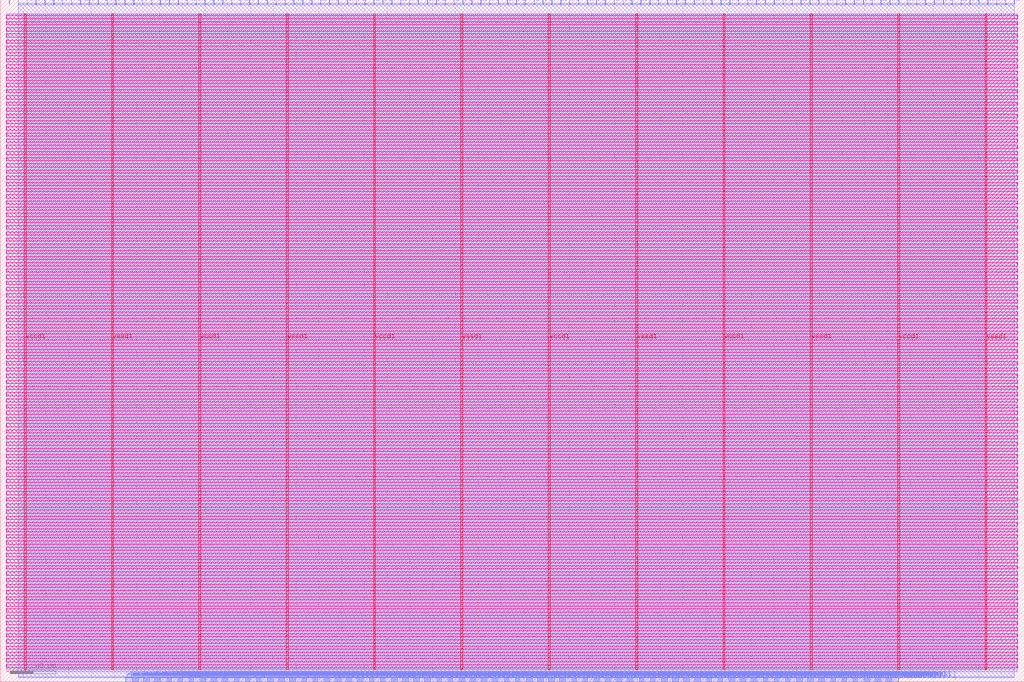
<source format=lef>
VERSION 5.7 ;
  NOWIREEXTENSIONATPIN ON ;
  DIVIDERCHAR "/" ;
  BUSBITCHARS "[]" ;
MACRO counter_option1
  CLASS BLOCK ;
  FOREIGN counter_option1 ;
  ORIGIN 0.000 0.000 ;
  SIZE 900.000 BY 600.000 ;
  PIN io_in[0]
    DIRECTION INPUT ;
    USE SIGNAL ;
    PORT
      LAYER met2 ;
        RECT 7.910 596.000 8.190 600.000 ;
    END
  END io_in[0]
  PIN io_in[10]
    DIRECTION INPUT ;
    USE SIGNAL ;
    PORT
      LAYER met2 ;
        RECT 242.510 596.000 242.790 600.000 ;
    END
  END io_in[10]
  PIN io_in[11]
    DIRECTION INPUT ;
    USE SIGNAL ;
    PORT
      LAYER met2 ;
        RECT 265.970 596.000 266.250 600.000 ;
    END
  END io_in[11]
  PIN io_in[12]
    DIRECTION INPUT ;
    USE SIGNAL ;
    PORT
      LAYER met2 ;
        RECT 289.430 596.000 289.710 600.000 ;
    END
  END io_in[12]
  PIN io_in[13]
    DIRECTION INPUT ;
    USE SIGNAL ;
    PORT
      LAYER met2 ;
        RECT 312.890 596.000 313.170 600.000 ;
    END
  END io_in[13]
  PIN io_in[14]
    DIRECTION INPUT ;
    USE SIGNAL ;
    PORT
      LAYER met2 ;
        RECT 336.350 596.000 336.630 600.000 ;
    END
  END io_in[14]
  PIN io_in[15]
    DIRECTION INPUT ;
    USE SIGNAL ;
    PORT
      LAYER met2 ;
        RECT 359.810 596.000 360.090 600.000 ;
    END
  END io_in[15]
  PIN io_in[16]
    DIRECTION INPUT ;
    USE SIGNAL ;
    PORT
      LAYER met2 ;
        RECT 383.270 596.000 383.550 600.000 ;
    END
  END io_in[16]
  PIN io_in[17]
    DIRECTION INPUT ;
    USE SIGNAL ;
    PORT
      LAYER met2 ;
        RECT 406.730 596.000 407.010 600.000 ;
    END
  END io_in[17]
  PIN io_in[18]
    DIRECTION INPUT ;
    USE SIGNAL ;
    PORT
      LAYER met2 ;
        RECT 430.190 596.000 430.470 600.000 ;
    END
  END io_in[18]
  PIN io_in[19]
    DIRECTION INPUT ;
    USE SIGNAL ;
    PORT
      LAYER met2 ;
        RECT 453.650 596.000 453.930 600.000 ;
    END
  END io_in[19]
  PIN io_in[1]
    DIRECTION INPUT ;
    USE SIGNAL ;
    PORT
      LAYER met2 ;
        RECT 31.370 596.000 31.650 600.000 ;
    END
  END io_in[1]
  PIN io_in[20]
    DIRECTION INPUT ;
    USE SIGNAL ;
    PORT
      LAYER met2 ;
        RECT 477.110 596.000 477.390 600.000 ;
    END
  END io_in[20]
  PIN io_in[21]
    DIRECTION INPUT ;
    USE SIGNAL ;
    PORT
      LAYER met2 ;
        RECT 500.570 596.000 500.850 600.000 ;
    END
  END io_in[21]
  PIN io_in[22]
    DIRECTION INPUT ;
    USE SIGNAL ;
    PORT
      LAYER met2 ;
        RECT 524.030 596.000 524.310 600.000 ;
    END
  END io_in[22]
  PIN io_in[23]
    DIRECTION INPUT ;
    USE SIGNAL ;
    PORT
      LAYER met2 ;
        RECT 547.490 596.000 547.770 600.000 ;
    END
  END io_in[23]
  PIN io_in[24]
    DIRECTION INPUT ;
    USE SIGNAL ;
    PORT
      LAYER met2 ;
        RECT 570.950 596.000 571.230 600.000 ;
    END
  END io_in[24]
  PIN io_in[25]
    DIRECTION INPUT ;
    USE SIGNAL ;
    PORT
      LAYER met2 ;
        RECT 594.410 596.000 594.690 600.000 ;
    END
  END io_in[25]
  PIN io_in[26]
    DIRECTION INPUT ;
    USE SIGNAL ;
    PORT
      LAYER met2 ;
        RECT 617.870 596.000 618.150 600.000 ;
    END
  END io_in[26]
  PIN io_in[27]
    DIRECTION INPUT ;
    USE SIGNAL ;
    PORT
      LAYER met2 ;
        RECT 641.330 596.000 641.610 600.000 ;
    END
  END io_in[27]
  PIN io_in[28]
    DIRECTION INPUT ;
    USE SIGNAL ;
    PORT
      LAYER met2 ;
        RECT 664.790 596.000 665.070 600.000 ;
    END
  END io_in[28]
  PIN io_in[29]
    DIRECTION INPUT ;
    USE SIGNAL ;
    PORT
      LAYER met2 ;
        RECT 688.250 596.000 688.530 600.000 ;
    END
  END io_in[29]
  PIN io_in[2]
    DIRECTION INPUT ;
    USE SIGNAL ;
    PORT
      LAYER met2 ;
        RECT 54.830 596.000 55.110 600.000 ;
    END
  END io_in[2]
  PIN io_in[30]
    DIRECTION INPUT ;
    USE SIGNAL ;
    PORT
      LAYER met2 ;
        RECT 711.710 596.000 711.990 600.000 ;
    END
  END io_in[30]
  PIN io_in[31]
    DIRECTION INPUT ;
    USE SIGNAL ;
    PORT
      LAYER met2 ;
        RECT 735.170 596.000 735.450 600.000 ;
    END
  END io_in[31]
  PIN io_in[32]
    DIRECTION INPUT ;
    USE SIGNAL ;
    PORT
      LAYER met2 ;
        RECT 758.630 596.000 758.910 600.000 ;
    END
  END io_in[32]
  PIN io_in[33]
    DIRECTION INPUT ;
    USE SIGNAL ;
    PORT
      LAYER met2 ;
        RECT 782.090 596.000 782.370 600.000 ;
    END
  END io_in[33]
  PIN io_in[34]
    DIRECTION INPUT ;
    USE SIGNAL ;
    PORT
      LAYER met2 ;
        RECT 805.550 596.000 805.830 600.000 ;
    END
  END io_in[34]
  PIN io_in[35]
    DIRECTION INPUT ;
    USE SIGNAL ;
    PORT
      LAYER met2 ;
        RECT 829.010 596.000 829.290 600.000 ;
    END
  END io_in[35]
  PIN io_in[36]
    DIRECTION INPUT ;
    USE SIGNAL ;
    PORT
      LAYER met2 ;
        RECT 852.470 596.000 852.750 600.000 ;
    END
  END io_in[36]
  PIN io_in[37]
    DIRECTION INPUT ;
    USE SIGNAL ;
    PORT
      LAYER met2 ;
        RECT 875.930 596.000 876.210 600.000 ;
    END
  END io_in[37]
  PIN io_in[3]
    DIRECTION INPUT ;
    USE SIGNAL ;
    PORT
      LAYER met2 ;
        RECT 78.290 596.000 78.570 600.000 ;
    END
  END io_in[3]
  PIN io_in[4]
    DIRECTION INPUT ;
    USE SIGNAL ;
    PORT
      LAYER met2 ;
        RECT 101.750 596.000 102.030 600.000 ;
    END
  END io_in[4]
  PIN io_in[5]
    DIRECTION INPUT ;
    USE SIGNAL ;
    PORT
      LAYER met2 ;
        RECT 125.210 596.000 125.490 600.000 ;
    END
  END io_in[5]
  PIN io_in[6]
    DIRECTION INPUT ;
    USE SIGNAL ;
    PORT
      LAYER met2 ;
        RECT 148.670 596.000 148.950 600.000 ;
    END
  END io_in[6]
  PIN io_in[7]
    DIRECTION INPUT ;
    USE SIGNAL ;
    PORT
      LAYER met2 ;
        RECT 172.130 596.000 172.410 600.000 ;
    END
  END io_in[7]
  PIN io_in[8]
    DIRECTION INPUT ;
    USE SIGNAL ;
    PORT
      LAYER met2 ;
        RECT 195.590 596.000 195.870 600.000 ;
    END
  END io_in[8]
  PIN io_in[9]
    DIRECTION INPUT ;
    USE SIGNAL ;
    PORT
      LAYER met2 ;
        RECT 219.050 596.000 219.330 600.000 ;
    END
  END io_in[9]
  PIN io_oeb[0]
    DIRECTION OUTPUT TRISTATE ;
    USE SIGNAL ;
    PORT
      LAYER met2 ;
        RECT 15.730 596.000 16.010 600.000 ;
    END
  END io_oeb[0]
  PIN io_oeb[10]
    DIRECTION OUTPUT TRISTATE ;
    USE SIGNAL ;
    PORT
      LAYER met2 ;
        RECT 250.330 596.000 250.610 600.000 ;
    END
  END io_oeb[10]
  PIN io_oeb[11]
    DIRECTION OUTPUT TRISTATE ;
    USE SIGNAL ;
    PORT
      LAYER met2 ;
        RECT 273.790 596.000 274.070 600.000 ;
    END
  END io_oeb[11]
  PIN io_oeb[12]
    DIRECTION OUTPUT TRISTATE ;
    USE SIGNAL ;
    PORT
      LAYER met2 ;
        RECT 297.250 596.000 297.530 600.000 ;
    END
  END io_oeb[12]
  PIN io_oeb[13]
    DIRECTION OUTPUT TRISTATE ;
    USE SIGNAL ;
    PORT
      LAYER met2 ;
        RECT 320.710 596.000 320.990 600.000 ;
    END
  END io_oeb[13]
  PIN io_oeb[14]
    DIRECTION OUTPUT TRISTATE ;
    USE SIGNAL ;
    PORT
      LAYER met2 ;
        RECT 344.170 596.000 344.450 600.000 ;
    END
  END io_oeb[14]
  PIN io_oeb[15]
    DIRECTION OUTPUT TRISTATE ;
    USE SIGNAL ;
    PORT
      LAYER met2 ;
        RECT 367.630 596.000 367.910 600.000 ;
    END
  END io_oeb[15]
  PIN io_oeb[16]
    DIRECTION OUTPUT TRISTATE ;
    USE SIGNAL ;
    PORT
      LAYER met2 ;
        RECT 391.090 596.000 391.370 600.000 ;
    END
  END io_oeb[16]
  PIN io_oeb[17]
    DIRECTION OUTPUT TRISTATE ;
    USE SIGNAL ;
    PORT
      LAYER met2 ;
        RECT 414.550 596.000 414.830 600.000 ;
    END
  END io_oeb[17]
  PIN io_oeb[18]
    DIRECTION OUTPUT TRISTATE ;
    USE SIGNAL ;
    PORT
      LAYER met2 ;
        RECT 438.010 596.000 438.290 600.000 ;
    END
  END io_oeb[18]
  PIN io_oeb[19]
    DIRECTION OUTPUT TRISTATE ;
    USE SIGNAL ;
    PORT
      LAYER met2 ;
        RECT 461.470 596.000 461.750 600.000 ;
    END
  END io_oeb[19]
  PIN io_oeb[1]
    DIRECTION OUTPUT TRISTATE ;
    USE SIGNAL ;
    PORT
      LAYER met2 ;
        RECT 39.190 596.000 39.470 600.000 ;
    END
  END io_oeb[1]
  PIN io_oeb[20]
    DIRECTION OUTPUT TRISTATE ;
    USE SIGNAL ;
    PORT
      LAYER met2 ;
        RECT 484.930 596.000 485.210 600.000 ;
    END
  END io_oeb[20]
  PIN io_oeb[21]
    DIRECTION OUTPUT TRISTATE ;
    USE SIGNAL ;
    PORT
      LAYER met2 ;
        RECT 508.390 596.000 508.670 600.000 ;
    END
  END io_oeb[21]
  PIN io_oeb[22]
    DIRECTION OUTPUT TRISTATE ;
    USE SIGNAL ;
    PORT
      LAYER met2 ;
        RECT 531.850 596.000 532.130 600.000 ;
    END
  END io_oeb[22]
  PIN io_oeb[23]
    DIRECTION OUTPUT TRISTATE ;
    USE SIGNAL ;
    PORT
      LAYER met2 ;
        RECT 555.310 596.000 555.590 600.000 ;
    END
  END io_oeb[23]
  PIN io_oeb[24]
    DIRECTION OUTPUT TRISTATE ;
    USE SIGNAL ;
    PORT
      LAYER met2 ;
        RECT 578.770 596.000 579.050 600.000 ;
    END
  END io_oeb[24]
  PIN io_oeb[25]
    DIRECTION OUTPUT TRISTATE ;
    USE SIGNAL ;
    PORT
      LAYER met2 ;
        RECT 602.230 596.000 602.510 600.000 ;
    END
  END io_oeb[25]
  PIN io_oeb[26]
    DIRECTION OUTPUT TRISTATE ;
    USE SIGNAL ;
    PORT
      LAYER met2 ;
        RECT 625.690 596.000 625.970 600.000 ;
    END
  END io_oeb[26]
  PIN io_oeb[27]
    DIRECTION OUTPUT TRISTATE ;
    USE SIGNAL ;
    PORT
      LAYER met2 ;
        RECT 649.150 596.000 649.430 600.000 ;
    END
  END io_oeb[27]
  PIN io_oeb[28]
    DIRECTION OUTPUT TRISTATE ;
    USE SIGNAL ;
    PORT
      LAYER met2 ;
        RECT 672.610 596.000 672.890 600.000 ;
    END
  END io_oeb[28]
  PIN io_oeb[29]
    DIRECTION OUTPUT TRISTATE ;
    USE SIGNAL ;
    PORT
      LAYER met2 ;
        RECT 696.070 596.000 696.350 600.000 ;
    END
  END io_oeb[29]
  PIN io_oeb[2]
    DIRECTION OUTPUT TRISTATE ;
    USE SIGNAL ;
    PORT
      LAYER met2 ;
        RECT 62.650 596.000 62.930 600.000 ;
    END
  END io_oeb[2]
  PIN io_oeb[30]
    DIRECTION OUTPUT TRISTATE ;
    USE SIGNAL ;
    PORT
      LAYER met2 ;
        RECT 719.530 596.000 719.810 600.000 ;
    END
  END io_oeb[30]
  PIN io_oeb[31]
    DIRECTION OUTPUT TRISTATE ;
    USE SIGNAL ;
    PORT
      LAYER met2 ;
        RECT 742.990 596.000 743.270 600.000 ;
    END
  END io_oeb[31]
  PIN io_oeb[32]
    DIRECTION OUTPUT TRISTATE ;
    USE SIGNAL ;
    PORT
      LAYER met2 ;
        RECT 766.450 596.000 766.730 600.000 ;
    END
  END io_oeb[32]
  PIN io_oeb[33]
    DIRECTION OUTPUT TRISTATE ;
    USE SIGNAL ;
    PORT
      LAYER met2 ;
        RECT 789.910 596.000 790.190 600.000 ;
    END
  END io_oeb[33]
  PIN io_oeb[34]
    DIRECTION OUTPUT TRISTATE ;
    USE SIGNAL ;
    PORT
      LAYER met2 ;
        RECT 813.370 596.000 813.650 600.000 ;
    END
  END io_oeb[34]
  PIN io_oeb[35]
    DIRECTION OUTPUT TRISTATE ;
    USE SIGNAL ;
    PORT
      LAYER met2 ;
        RECT 836.830 596.000 837.110 600.000 ;
    END
  END io_oeb[35]
  PIN io_oeb[36]
    DIRECTION OUTPUT TRISTATE ;
    USE SIGNAL ;
    PORT
      LAYER met2 ;
        RECT 860.290 596.000 860.570 600.000 ;
    END
  END io_oeb[36]
  PIN io_oeb[37]
    DIRECTION OUTPUT TRISTATE ;
    USE SIGNAL ;
    PORT
      LAYER met2 ;
        RECT 883.750 596.000 884.030 600.000 ;
    END
  END io_oeb[37]
  PIN io_oeb[3]
    DIRECTION OUTPUT TRISTATE ;
    USE SIGNAL ;
    PORT
      LAYER met2 ;
        RECT 86.110 596.000 86.390 600.000 ;
    END
  END io_oeb[3]
  PIN io_oeb[4]
    DIRECTION OUTPUT TRISTATE ;
    USE SIGNAL ;
    PORT
      LAYER met2 ;
        RECT 109.570 596.000 109.850 600.000 ;
    END
  END io_oeb[4]
  PIN io_oeb[5]
    DIRECTION OUTPUT TRISTATE ;
    USE SIGNAL ;
    PORT
      LAYER met2 ;
        RECT 133.030 596.000 133.310 600.000 ;
    END
  END io_oeb[5]
  PIN io_oeb[6]
    DIRECTION OUTPUT TRISTATE ;
    USE SIGNAL ;
    PORT
      LAYER met2 ;
        RECT 156.490 596.000 156.770 600.000 ;
    END
  END io_oeb[6]
  PIN io_oeb[7]
    DIRECTION OUTPUT TRISTATE ;
    USE SIGNAL ;
    PORT
      LAYER met2 ;
        RECT 179.950 596.000 180.230 600.000 ;
    END
  END io_oeb[7]
  PIN io_oeb[8]
    DIRECTION OUTPUT TRISTATE ;
    USE SIGNAL ;
    PORT
      LAYER met2 ;
        RECT 203.410 596.000 203.690 600.000 ;
    END
  END io_oeb[8]
  PIN io_oeb[9]
    DIRECTION OUTPUT TRISTATE ;
    USE SIGNAL ;
    PORT
      LAYER met2 ;
        RECT 226.870 596.000 227.150 600.000 ;
    END
  END io_oeb[9]
  PIN io_out[0]
    DIRECTION OUTPUT TRISTATE ;
    USE SIGNAL ;
    PORT
      LAYER met2 ;
        RECT 23.550 596.000 23.830 600.000 ;
    END
  END io_out[0]
  PIN io_out[10]
    DIRECTION OUTPUT TRISTATE ;
    USE SIGNAL ;
    PORT
      LAYER met2 ;
        RECT 258.150 596.000 258.430 600.000 ;
    END
  END io_out[10]
  PIN io_out[11]
    DIRECTION OUTPUT TRISTATE ;
    USE SIGNAL ;
    PORT
      LAYER met2 ;
        RECT 281.610 596.000 281.890 600.000 ;
    END
  END io_out[11]
  PIN io_out[12]
    DIRECTION OUTPUT TRISTATE ;
    USE SIGNAL ;
    PORT
      LAYER met2 ;
        RECT 305.070 596.000 305.350 600.000 ;
    END
  END io_out[12]
  PIN io_out[13]
    DIRECTION OUTPUT TRISTATE ;
    USE SIGNAL ;
    PORT
      LAYER met2 ;
        RECT 328.530 596.000 328.810 600.000 ;
    END
  END io_out[13]
  PIN io_out[14]
    DIRECTION OUTPUT TRISTATE ;
    USE SIGNAL ;
    PORT
      LAYER met2 ;
        RECT 351.990 596.000 352.270 600.000 ;
    END
  END io_out[14]
  PIN io_out[15]
    DIRECTION OUTPUT TRISTATE ;
    USE SIGNAL ;
    PORT
      LAYER met2 ;
        RECT 375.450 596.000 375.730 600.000 ;
    END
  END io_out[15]
  PIN io_out[16]
    DIRECTION OUTPUT TRISTATE ;
    USE SIGNAL ;
    PORT
      LAYER met2 ;
        RECT 398.910 596.000 399.190 600.000 ;
    END
  END io_out[16]
  PIN io_out[17]
    DIRECTION OUTPUT TRISTATE ;
    USE SIGNAL ;
    PORT
      LAYER met2 ;
        RECT 422.370 596.000 422.650 600.000 ;
    END
  END io_out[17]
  PIN io_out[18]
    DIRECTION OUTPUT TRISTATE ;
    USE SIGNAL ;
    PORT
      LAYER met2 ;
        RECT 445.830 596.000 446.110 600.000 ;
    END
  END io_out[18]
  PIN io_out[19]
    DIRECTION OUTPUT TRISTATE ;
    USE SIGNAL ;
    PORT
      LAYER met2 ;
        RECT 469.290 596.000 469.570 600.000 ;
    END
  END io_out[19]
  PIN io_out[1]
    DIRECTION OUTPUT TRISTATE ;
    USE SIGNAL ;
    PORT
      LAYER met2 ;
        RECT 47.010 596.000 47.290 600.000 ;
    END
  END io_out[1]
  PIN io_out[20]
    DIRECTION OUTPUT TRISTATE ;
    USE SIGNAL ;
    PORT
      LAYER met2 ;
        RECT 492.750 596.000 493.030 600.000 ;
    END
  END io_out[20]
  PIN io_out[21]
    DIRECTION OUTPUT TRISTATE ;
    USE SIGNAL ;
    PORT
      LAYER met2 ;
        RECT 516.210 596.000 516.490 600.000 ;
    END
  END io_out[21]
  PIN io_out[22]
    DIRECTION OUTPUT TRISTATE ;
    USE SIGNAL ;
    PORT
      LAYER met2 ;
        RECT 539.670 596.000 539.950 600.000 ;
    END
  END io_out[22]
  PIN io_out[23]
    DIRECTION OUTPUT TRISTATE ;
    USE SIGNAL ;
    PORT
      LAYER met2 ;
        RECT 563.130 596.000 563.410 600.000 ;
    END
  END io_out[23]
  PIN io_out[24]
    DIRECTION OUTPUT TRISTATE ;
    USE SIGNAL ;
    PORT
      LAYER met2 ;
        RECT 586.590 596.000 586.870 600.000 ;
    END
  END io_out[24]
  PIN io_out[25]
    DIRECTION OUTPUT TRISTATE ;
    USE SIGNAL ;
    PORT
      LAYER met2 ;
        RECT 610.050 596.000 610.330 600.000 ;
    END
  END io_out[25]
  PIN io_out[26]
    DIRECTION OUTPUT TRISTATE ;
    USE SIGNAL ;
    PORT
      LAYER met2 ;
        RECT 633.510 596.000 633.790 600.000 ;
    END
  END io_out[26]
  PIN io_out[27]
    DIRECTION OUTPUT TRISTATE ;
    USE SIGNAL ;
    PORT
      LAYER met2 ;
        RECT 656.970 596.000 657.250 600.000 ;
    END
  END io_out[27]
  PIN io_out[28]
    DIRECTION OUTPUT TRISTATE ;
    USE SIGNAL ;
    PORT
      LAYER met2 ;
        RECT 680.430 596.000 680.710 600.000 ;
    END
  END io_out[28]
  PIN io_out[29]
    DIRECTION OUTPUT TRISTATE ;
    USE SIGNAL ;
    PORT
      LAYER met2 ;
        RECT 703.890 596.000 704.170 600.000 ;
    END
  END io_out[29]
  PIN io_out[2]
    DIRECTION OUTPUT TRISTATE ;
    USE SIGNAL ;
    PORT
      LAYER met2 ;
        RECT 70.470 596.000 70.750 600.000 ;
    END
  END io_out[2]
  PIN io_out[30]
    DIRECTION OUTPUT TRISTATE ;
    USE SIGNAL ;
    PORT
      LAYER met2 ;
        RECT 727.350 596.000 727.630 600.000 ;
    END
  END io_out[30]
  PIN io_out[31]
    DIRECTION OUTPUT TRISTATE ;
    USE SIGNAL ;
    PORT
      LAYER met2 ;
        RECT 750.810 596.000 751.090 600.000 ;
    END
  END io_out[31]
  PIN io_out[32]
    DIRECTION OUTPUT TRISTATE ;
    USE SIGNAL ;
    PORT
      LAYER met2 ;
        RECT 774.270 596.000 774.550 600.000 ;
    END
  END io_out[32]
  PIN io_out[33]
    DIRECTION OUTPUT TRISTATE ;
    USE SIGNAL ;
    PORT
      LAYER met2 ;
        RECT 797.730 596.000 798.010 600.000 ;
    END
  END io_out[33]
  PIN io_out[34]
    DIRECTION OUTPUT TRISTATE ;
    USE SIGNAL ;
    PORT
      LAYER met2 ;
        RECT 821.190 596.000 821.470 600.000 ;
    END
  END io_out[34]
  PIN io_out[35]
    DIRECTION OUTPUT TRISTATE ;
    USE SIGNAL ;
    PORT
      LAYER met2 ;
        RECT 844.650 596.000 844.930 600.000 ;
    END
  END io_out[35]
  PIN io_out[36]
    DIRECTION OUTPUT TRISTATE ;
    USE SIGNAL ;
    PORT
      LAYER met2 ;
        RECT 868.110 596.000 868.390 600.000 ;
    END
  END io_out[36]
  PIN io_out[37]
    DIRECTION OUTPUT TRISTATE ;
    USE SIGNAL ;
    PORT
      LAYER met2 ;
        RECT 891.570 596.000 891.850 600.000 ;
    END
  END io_out[37]
  PIN io_out[3]
    DIRECTION OUTPUT TRISTATE ;
    USE SIGNAL ;
    PORT
      LAYER met2 ;
        RECT 93.930 596.000 94.210 600.000 ;
    END
  END io_out[3]
  PIN io_out[4]
    DIRECTION OUTPUT TRISTATE ;
    USE SIGNAL ;
    PORT
      LAYER met2 ;
        RECT 117.390 596.000 117.670 600.000 ;
    END
  END io_out[4]
  PIN io_out[5]
    DIRECTION OUTPUT TRISTATE ;
    USE SIGNAL ;
    PORT
      LAYER met2 ;
        RECT 140.850 596.000 141.130 600.000 ;
    END
  END io_out[5]
  PIN io_out[6]
    DIRECTION OUTPUT TRISTATE ;
    USE SIGNAL ;
    PORT
      LAYER met2 ;
        RECT 164.310 596.000 164.590 600.000 ;
    END
  END io_out[6]
  PIN io_out[7]
    DIRECTION OUTPUT TRISTATE ;
    USE SIGNAL ;
    PORT
      LAYER met2 ;
        RECT 187.770 596.000 188.050 600.000 ;
    END
  END io_out[7]
  PIN io_out[8]
    DIRECTION OUTPUT TRISTATE ;
    USE SIGNAL ;
    PORT
      LAYER met2 ;
        RECT 211.230 596.000 211.510 600.000 ;
    END
  END io_out[8]
  PIN io_out[9]
    DIRECTION OUTPUT TRISTATE ;
    USE SIGNAL ;
    PORT
      LAYER met2 ;
        RECT 234.690 596.000 234.970 600.000 ;
    END
  END io_out[9]
  PIN irq[0]
    DIRECTION OUTPUT TRISTATE ;
    USE SIGNAL ;
    PORT
      LAYER met2 ;
        RECT 786.690 0.000 786.970 4.000 ;
    END
  END irq[0]
  PIN irq[1]
    DIRECTION OUTPUT TRISTATE ;
    USE SIGNAL ;
    PORT
      LAYER met2 ;
        RECT 788.070 0.000 788.350 4.000 ;
    END
  END irq[1]
  PIN irq[2]
    DIRECTION OUTPUT TRISTATE ;
    USE SIGNAL ;
    PORT
      LAYER met2 ;
        RECT 789.450 0.000 789.730 4.000 ;
    END
  END irq[2]
  PIN la_data_in[0]
    DIRECTION INPUT ;
    USE SIGNAL ;
    PORT
      LAYER met2 ;
        RECT 256.770 0.000 257.050 4.000 ;
    END
  END la_data_in[0]
  PIN la_data_in[100]
    DIRECTION INPUT ;
    USE SIGNAL ;
    PORT
      LAYER met2 ;
        RECT 670.770 0.000 671.050 4.000 ;
    END
  END la_data_in[100]
  PIN la_data_in[101]
    DIRECTION INPUT ;
    USE SIGNAL ;
    PORT
      LAYER met2 ;
        RECT 674.910 0.000 675.190 4.000 ;
    END
  END la_data_in[101]
  PIN la_data_in[102]
    DIRECTION INPUT ;
    USE SIGNAL ;
    PORT
      LAYER met2 ;
        RECT 679.050 0.000 679.330 4.000 ;
    END
  END la_data_in[102]
  PIN la_data_in[103]
    DIRECTION INPUT ;
    USE SIGNAL ;
    PORT
      LAYER met2 ;
        RECT 683.190 0.000 683.470 4.000 ;
    END
  END la_data_in[103]
  PIN la_data_in[104]
    DIRECTION INPUT ;
    USE SIGNAL ;
    PORT
      LAYER met2 ;
        RECT 687.330 0.000 687.610 4.000 ;
    END
  END la_data_in[104]
  PIN la_data_in[105]
    DIRECTION INPUT ;
    USE SIGNAL ;
    PORT
      LAYER met2 ;
        RECT 691.470 0.000 691.750 4.000 ;
    END
  END la_data_in[105]
  PIN la_data_in[106]
    DIRECTION INPUT ;
    USE SIGNAL ;
    PORT
      LAYER met2 ;
        RECT 695.610 0.000 695.890 4.000 ;
    END
  END la_data_in[106]
  PIN la_data_in[107]
    DIRECTION INPUT ;
    USE SIGNAL ;
    PORT
      LAYER met2 ;
        RECT 699.750 0.000 700.030 4.000 ;
    END
  END la_data_in[107]
  PIN la_data_in[108]
    DIRECTION INPUT ;
    USE SIGNAL ;
    PORT
      LAYER met2 ;
        RECT 703.890 0.000 704.170 4.000 ;
    END
  END la_data_in[108]
  PIN la_data_in[109]
    DIRECTION INPUT ;
    USE SIGNAL ;
    PORT
      LAYER met2 ;
        RECT 708.030 0.000 708.310 4.000 ;
    END
  END la_data_in[109]
  PIN la_data_in[10]
    DIRECTION INPUT ;
    USE SIGNAL ;
    PORT
      LAYER met2 ;
        RECT 298.170 0.000 298.450 4.000 ;
    END
  END la_data_in[10]
  PIN la_data_in[110]
    DIRECTION INPUT ;
    USE SIGNAL ;
    PORT
      LAYER met2 ;
        RECT 712.170 0.000 712.450 4.000 ;
    END
  END la_data_in[110]
  PIN la_data_in[111]
    DIRECTION INPUT ;
    USE SIGNAL ;
    PORT
      LAYER met2 ;
        RECT 716.310 0.000 716.590 4.000 ;
    END
  END la_data_in[111]
  PIN la_data_in[112]
    DIRECTION INPUT ;
    USE SIGNAL ;
    PORT
      LAYER met2 ;
        RECT 720.450 0.000 720.730 4.000 ;
    END
  END la_data_in[112]
  PIN la_data_in[113]
    DIRECTION INPUT ;
    USE SIGNAL ;
    PORT
      LAYER met2 ;
        RECT 724.590 0.000 724.870 4.000 ;
    END
  END la_data_in[113]
  PIN la_data_in[114]
    DIRECTION INPUT ;
    USE SIGNAL ;
    PORT
      LAYER met2 ;
        RECT 728.730 0.000 729.010 4.000 ;
    END
  END la_data_in[114]
  PIN la_data_in[115]
    DIRECTION INPUT ;
    USE SIGNAL ;
    PORT
      LAYER met2 ;
        RECT 732.870 0.000 733.150 4.000 ;
    END
  END la_data_in[115]
  PIN la_data_in[116]
    DIRECTION INPUT ;
    USE SIGNAL ;
    PORT
      LAYER met2 ;
        RECT 737.010 0.000 737.290 4.000 ;
    END
  END la_data_in[116]
  PIN la_data_in[117]
    DIRECTION INPUT ;
    USE SIGNAL ;
    PORT
      LAYER met2 ;
        RECT 741.150 0.000 741.430 4.000 ;
    END
  END la_data_in[117]
  PIN la_data_in[118]
    DIRECTION INPUT ;
    USE SIGNAL ;
    PORT
      LAYER met2 ;
        RECT 745.290 0.000 745.570 4.000 ;
    END
  END la_data_in[118]
  PIN la_data_in[119]
    DIRECTION INPUT ;
    USE SIGNAL ;
    PORT
      LAYER met2 ;
        RECT 749.430 0.000 749.710 4.000 ;
    END
  END la_data_in[119]
  PIN la_data_in[11]
    DIRECTION INPUT ;
    USE SIGNAL ;
    PORT
      LAYER met2 ;
        RECT 302.310 0.000 302.590 4.000 ;
    END
  END la_data_in[11]
  PIN la_data_in[120]
    DIRECTION INPUT ;
    USE SIGNAL ;
    PORT
      LAYER met2 ;
        RECT 753.570 0.000 753.850 4.000 ;
    END
  END la_data_in[120]
  PIN la_data_in[121]
    DIRECTION INPUT ;
    USE SIGNAL ;
    PORT
      LAYER met2 ;
        RECT 757.710 0.000 757.990 4.000 ;
    END
  END la_data_in[121]
  PIN la_data_in[122]
    DIRECTION INPUT ;
    USE SIGNAL ;
    PORT
      LAYER met2 ;
        RECT 761.850 0.000 762.130 4.000 ;
    END
  END la_data_in[122]
  PIN la_data_in[123]
    DIRECTION INPUT ;
    USE SIGNAL ;
    PORT
      LAYER met2 ;
        RECT 765.990 0.000 766.270 4.000 ;
    END
  END la_data_in[123]
  PIN la_data_in[124]
    DIRECTION INPUT ;
    USE SIGNAL ;
    PORT
      LAYER met2 ;
        RECT 770.130 0.000 770.410 4.000 ;
    END
  END la_data_in[124]
  PIN la_data_in[125]
    DIRECTION INPUT ;
    USE SIGNAL ;
    PORT
      LAYER met2 ;
        RECT 774.270 0.000 774.550 4.000 ;
    END
  END la_data_in[125]
  PIN la_data_in[126]
    DIRECTION INPUT ;
    USE SIGNAL ;
    PORT
      LAYER met2 ;
        RECT 778.410 0.000 778.690 4.000 ;
    END
  END la_data_in[126]
  PIN la_data_in[127]
    DIRECTION INPUT ;
    USE SIGNAL ;
    PORT
      LAYER met2 ;
        RECT 782.550 0.000 782.830 4.000 ;
    END
  END la_data_in[127]
  PIN la_data_in[12]
    DIRECTION INPUT ;
    USE SIGNAL ;
    PORT
      LAYER met2 ;
        RECT 306.450 0.000 306.730 4.000 ;
    END
  END la_data_in[12]
  PIN la_data_in[13]
    DIRECTION INPUT ;
    USE SIGNAL ;
    PORT
      LAYER met2 ;
        RECT 310.590 0.000 310.870 4.000 ;
    END
  END la_data_in[13]
  PIN la_data_in[14]
    DIRECTION INPUT ;
    USE SIGNAL ;
    PORT
      LAYER met2 ;
        RECT 314.730 0.000 315.010 4.000 ;
    END
  END la_data_in[14]
  PIN la_data_in[15]
    DIRECTION INPUT ;
    USE SIGNAL ;
    PORT
      LAYER met2 ;
        RECT 318.870 0.000 319.150 4.000 ;
    END
  END la_data_in[15]
  PIN la_data_in[16]
    DIRECTION INPUT ;
    USE SIGNAL ;
    PORT
      LAYER met2 ;
        RECT 323.010 0.000 323.290 4.000 ;
    END
  END la_data_in[16]
  PIN la_data_in[17]
    DIRECTION INPUT ;
    USE SIGNAL ;
    PORT
      LAYER met2 ;
        RECT 327.150 0.000 327.430 4.000 ;
    END
  END la_data_in[17]
  PIN la_data_in[18]
    DIRECTION INPUT ;
    USE SIGNAL ;
    PORT
      LAYER met2 ;
        RECT 331.290 0.000 331.570 4.000 ;
    END
  END la_data_in[18]
  PIN la_data_in[19]
    DIRECTION INPUT ;
    USE SIGNAL ;
    PORT
      LAYER met2 ;
        RECT 335.430 0.000 335.710 4.000 ;
    END
  END la_data_in[19]
  PIN la_data_in[1]
    DIRECTION INPUT ;
    USE SIGNAL ;
    PORT
      LAYER met2 ;
        RECT 260.910 0.000 261.190 4.000 ;
    END
  END la_data_in[1]
  PIN la_data_in[20]
    DIRECTION INPUT ;
    USE SIGNAL ;
    PORT
      LAYER met2 ;
        RECT 339.570 0.000 339.850 4.000 ;
    END
  END la_data_in[20]
  PIN la_data_in[21]
    DIRECTION INPUT ;
    USE SIGNAL ;
    PORT
      LAYER met2 ;
        RECT 343.710 0.000 343.990 4.000 ;
    END
  END la_data_in[21]
  PIN la_data_in[22]
    DIRECTION INPUT ;
    USE SIGNAL ;
    PORT
      LAYER met2 ;
        RECT 347.850 0.000 348.130 4.000 ;
    END
  END la_data_in[22]
  PIN la_data_in[23]
    DIRECTION INPUT ;
    USE SIGNAL ;
    PORT
      LAYER met2 ;
        RECT 351.990 0.000 352.270 4.000 ;
    END
  END la_data_in[23]
  PIN la_data_in[24]
    DIRECTION INPUT ;
    USE SIGNAL ;
    PORT
      LAYER met2 ;
        RECT 356.130 0.000 356.410 4.000 ;
    END
  END la_data_in[24]
  PIN la_data_in[25]
    DIRECTION INPUT ;
    USE SIGNAL ;
    PORT
      LAYER met2 ;
        RECT 360.270 0.000 360.550 4.000 ;
    END
  END la_data_in[25]
  PIN la_data_in[26]
    DIRECTION INPUT ;
    USE SIGNAL ;
    PORT
      LAYER met2 ;
        RECT 364.410 0.000 364.690 4.000 ;
    END
  END la_data_in[26]
  PIN la_data_in[27]
    DIRECTION INPUT ;
    USE SIGNAL ;
    PORT
      LAYER met2 ;
        RECT 368.550 0.000 368.830 4.000 ;
    END
  END la_data_in[27]
  PIN la_data_in[28]
    DIRECTION INPUT ;
    USE SIGNAL ;
    PORT
      LAYER met2 ;
        RECT 372.690 0.000 372.970 4.000 ;
    END
  END la_data_in[28]
  PIN la_data_in[29]
    DIRECTION INPUT ;
    USE SIGNAL ;
    PORT
      LAYER met2 ;
        RECT 376.830 0.000 377.110 4.000 ;
    END
  END la_data_in[29]
  PIN la_data_in[2]
    DIRECTION INPUT ;
    USE SIGNAL ;
    PORT
      LAYER met2 ;
        RECT 265.050 0.000 265.330 4.000 ;
    END
  END la_data_in[2]
  PIN la_data_in[30]
    DIRECTION INPUT ;
    USE SIGNAL ;
    PORT
      LAYER met2 ;
        RECT 380.970 0.000 381.250 4.000 ;
    END
  END la_data_in[30]
  PIN la_data_in[31]
    DIRECTION INPUT ;
    USE SIGNAL ;
    PORT
      LAYER met2 ;
        RECT 385.110 0.000 385.390 4.000 ;
    END
  END la_data_in[31]
  PIN la_data_in[32]
    DIRECTION INPUT ;
    USE SIGNAL ;
    PORT
      LAYER met2 ;
        RECT 389.250 0.000 389.530 4.000 ;
    END
  END la_data_in[32]
  PIN la_data_in[33]
    DIRECTION INPUT ;
    USE SIGNAL ;
    PORT
      LAYER met2 ;
        RECT 393.390 0.000 393.670 4.000 ;
    END
  END la_data_in[33]
  PIN la_data_in[34]
    DIRECTION INPUT ;
    USE SIGNAL ;
    PORT
      LAYER met2 ;
        RECT 397.530 0.000 397.810 4.000 ;
    END
  END la_data_in[34]
  PIN la_data_in[35]
    DIRECTION INPUT ;
    USE SIGNAL ;
    PORT
      LAYER met2 ;
        RECT 401.670 0.000 401.950 4.000 ;
    END
  END la_data_in[35]
  PIN la_data_in[36]
    DIRECTION INPUT ;
    USE SIGNAL ;
    PORT
      LAYER met2 ;
        RECT 405.810 0.000 406.090 4.000 ;
    END
  END la_data_in[36]
  PIN la_data_in[37]
    DIRECTION INPUT ;
    USE SIGNAL ;
    PORT
      LAYER met2 ;
        RECT 409.950 0.000 410.230 4.000 ;
    END
  END la_data_in[37]
  PIN la_data_in[38]
    DIRECTION INPUT ;
    USE SIGNAL ;
    PORT
      LAYER met2 ;
        RECT 414.090 0.000 414.370 4.000 ;
    END
  END la_data_in[38]
  PIN la_data_in[39]
    DIRECTION INPUT ;
    USE SIGNAL ;
    PORT
      LAYER met2 ;
        RECT 418.230 0.000 418.510 4.000 ;
    END
  END la_data_in[39]
  PIN la_data_in[3]
    DIRECTION INPUT ;
    USE SIGNAL ;
    PORT
      LAYER met2 ;
        RECT 269.190 0.000 269.470 4.000 ;
    END
  END la_data_in[3]
  PIN la_data_in[40]
    DIRECTION INPUT ;
    USE SIGNAL ;
    PORT
      LAYER met2 ;
        RECT 422.370 0.000 422.650 4.000 ;
    END
  END la_data_in[40]
  PIN la_data_in[41]
    DIRECTION INPUT ;
    USE SIGNAL ;
    PORT
      LAYER met2 ;
        RECT 426.510 0.000 426.790 4.000 ;
    END
  END la_data_in[41]
  PIN la_data_in[42]
    DIRECTION INPUT ;
    USE SIGNAL ;
    PORT
      LAYER met2 ;
        RECT 430.650 0.000 430.930 4.000 ;
    END
  END la_data_in[42]
  PIN la_data_in[43]
    DIRECTION INPUT ;
    USE SIGNAL ;
    PORT
      LAYER met2 ;
        RECT 434.790 0.000 435.070 4.000 ;
    END
  END la_data_in[43]
  PIN la_data_in[44]
    DIRECTION INPUT ;
    USE SIGNAL ;
    PORT
      LAYER met2 ;
        RECT 438.930 0.000 439.210 4.000 ;
    END
  END la_data_in[44]
  PIN la_data_in[45]
    DIRECTION INPUT ;
    USE SIGNAL ;
    PORT
      LAYER met2 ;
        RECT 443.070 0.000 443.350 4.000 ;
    END
  END la_data_in[45]
  PIN la_data_in[46]
    DIRECTION INPUT ;
    USE SIGNAL ;
    PORT
      LAYER met2 ;
        RECT 447.210 0.000 447.490 4.000 ;
    END
  END la_data_in[46]
  PIN la_data_in[47]
    DIRECTION INPUT ;
    USE SIGNAL ;
    PORT
      LAYER met2 ;
        RECT 451.350 0.000 451.630 4.000 ;
    END
  END la_data_in[47]
  PIN la_data_in[48]
    DIRECTION INPUT ;
    USE SIGNAL ;
    PORT
      LAYER met2 ;
        RECT 455.490 0.000 455.770 4.000 ;
    END
  END la_data_in[48]
  PIN la_data_in[49]
    DIRECTION INPUT ;
    USE SIGNAL ;
    PORT
      LAYER met2 ;
        RECT 459.630 0.000 459.910 4.000 ;
    END
  END la_data_in[49]
  PIN la_data_in[4]
    DIRECTION INPUT ;
    USE SIGNAL ;
    PORT
      LAYER met2 ;
        RECT 273.330 0.000 273.610 4.000 ;
    END
  END la_data_in[4]
  PIN la_data_in[50]
    DIRECTION INPUT ;
    USE SIGNAL ;
    PORT
      LAYER met2 ;
        RECT 463.770 0.000 464.050 4.000 ;
    END
  END la_data_in[50]
  PIN la_data_in[51]
    DIRECTION INPUT ;
    USE SIGNAL ;
    PORT
      LAYER met2 ;
        RECT 467.910 0.000 468.190 4.000 ;
    END
  END la_data_in[51]
  PIN la_data_in[52]
    DIRECTION INPUT ;
    USE SIGNAL ;
    PORT
      LAYER met2 ;
        RECT 472.050 0.000 472.330 4.000 ;
    END
  END la_data_in[52]
  PIN la_data_in[53]
    DIRECTION INPUT ;
    USE SIGNAL ;
    PORT
      LAYER met2 ;
        RECT 476.190 0.000 476.470 4.000 ;
    END
  END la_data_in[53]
  PIN la_data_in[54]
    DIRECTION INPUT ;
    USE SIGNAL ;
    PORT
      LAYER met2 ;
        RECT 480.330 0.000 480.610 4.000 ;
    END
  END la_data_in[54]
  PIN la_data_in[55]
    DIRECTION INPUT ;
    USE SIGNAL ;
    PORT
      LAYER met2 ;
        RECT 484.470 0.000 484.750 4.000 ;
    END
  END la_data_in[55]
  PIN la_data_in[56]
    DIRECTION INPUT ;
    USE SIGNAL ;
    PORT
      LAYER met2 ;
        RECT 488.610 0.000 488.890 4.000 ;
    END
  END la_data_in[56]
  PIN la_data_in[57]
    DIRECTION INPUT ;
    USE SIGNAL ;
    PORT
      LAYER met2 ;
        RECT 492.750 0.000 493.030 4.000 ;
    END
  END la_data_in[57]
  PIN la_data_in[58]
    DIRECTION INPUT ;
    USE SIGNAL ;
    PORT
      LAYER met2 ;
        RECT 496.890 0.000 497.170 4.000 ;
    END
  END la_data_in[58]
  PIN la_data_in[59]
    DIRECTION INPUT ;
    USE SIGNAL ;
    PORT
      LAYER met2 ;
        RECT 501.030 0.000 501.310 4.000 ;
    END
  END la_data_in[59]
  PIN la_data_in[5]
    DIRECTION INPUT ;
    USE SIGNAL ;
    PORT
      LAYER met2 ;
        RECT 277.470 0.000 277.750 4.000 ;
    END
  END la_data_in[5]
  PIN la_data_in[60]
    DIRECTION INPUT ;
    USE SIGNAL ;
    PORT
      LAYER met2 ;
        RECT 505.170 0.000 505.450 4.000 ;
    END
  END la_data_in[60]
  PIN la_data_in[61]
    DIRECTION INPUT ;
    USE SIGNAL ;
    PORT
      LAYER met2 ;
        RECT 509.310 0.000 509.590 4.000 ;
    END
  END la_data_in[61]
  PIN la_data_in[62]
    DIRECTION INPUT ;
    USE SIGNAL ;
    PORT
      LAYER met2 ;
        RECT 513.450 0.000 513.730 4.000 ;
    END
  END la_data_in[62]
  PIN la_data_in[63]
    DIRECTION INPUT ;
    USE SIGNAL ;
    PORT
      LAYER met2 ;
        RECT 517.590 0.000 517.870 4.000 ;
    END
  END la_data_in[63]
  PIN la_data_in[64]
    DIRECTION INPUT ;
    USE SIGNAL ;
    PORT
      LAYER met2 ;
        RECT 521.730 0.000 522.010 4.000 ;
    END
  END la_data_in[64]
  PIN la_data_in[65]
    DIRECTION INPUT ;
    USE SIGNAL ;
    PORT
      LAYER met2 ;
        RECT 525.870 0.000 526.150 4.000 ;
    END
  END la_data_in[65]
  PIN la_data_in[66]
    DIRECTION INPUT ;
    USE SIGNAL ;
    PORT
      LAYER met2 ;
        RECT 530.010 0.000 530.290 4.000 ;
    END
  END la_data_in[66]
  PIN la_data_in[67]
    DIRECTION INPUT ;
    USE SIGNAL ;
    PORT
      LAYER met2 ;
        RECT 534.150 0.000 534.430 4.000 ;
    END
  END la_data_in[67]
  PIN la_data_in[68]
    DIRECTION INPUT ;
    USE SIGNAL ;
    PORT
      LAYER met2 ;
        RECT 538.290 0.000 538.570 4.000 ;
    END
  END la_data_in[68]
  PIN la_data_in[69]
    DIRECTION INPUT ;
    USE SIGNAL ;
    PORT
      LAYER met2 ;
        RECT 542.430 0.000 542.710 4.000 ;
    END
  END la_data_in[69]
  PIN la_data_in[6]
    DIRECTION INPUT ;
    USE SIGNAL ;
    PORT
      LAYER met2 ;
        RECT 281.610 0.000 281.890 4.000 ;
    END
  END la_data_in[6]
  PIN la_data_in[70]
    DIRECTION INPUT ;
    USE SIGNAL ;
    PORT
      LAYER met2 ;
        RECT 546.570 0.000 546.850 4.000 ;
    END
  END la_data_in[70]
  PIN la_data_in[71]
    DIRECTION INPUT ;
    USE SIGNAL ;
    PORT
      LAYER met2 ;
        RECT 550.710 0.000 550.990 4.000 ;
    END
  END la_data_in[71]
  PIN la_data_in[72]
    DIRECTION INPUT ;
    USE SIGNAL ;
    PORT
      LAYER met2 ;
        RECT 554.850 0.000 555.130 4.000 ;
    END
  END la_data_in[72]
  PIN la_data_in[73]
    DIRECTION INPUT ;
    USE SIGNAL ;
    PORT
      LAYER met2 ;
        RECT 558.990 0.000 559.270 4.000 ;
    END
  END la_data_in[73]
  PIN la_data_in[74]
    DIRECTION INPUT ;
    USE SIGNAL ;
    PORT
      LAYER met2 ;
        RECT 563.130 0.000 563.410 4.000 ;
    END
  END la_data_in[74]
  PIN la_data_in[75]
    DIRECTION INPUT ;
    USE SIGNAL ;
    PORT
      LAYER met2 ;
        RECT 567.270 0.000 567.550 4.000 ;
    END
  END la_data_in[75]
  PIN la_data_in[76]
    DIRECTION INPUT ;
    USE SIGNAL ;
    PORT
      LAYER met2 ;
        RECT 571.410 0.000 571.690 4.000 ;
    END
  END la_data_in[76]
  PIN la_data_in[77]
    DIRECTION INPUT ;
    USE SIGNAL ;
    PORT
      LAYER met2 ;
        RECT 575.550 0.000 575.830 4.000 ;
    END
  END la_data_in[77]
  PIN la_data_in[78]
    DIRECTION INPUT ;
    USE SIGNAL ;
    PORT
      LAYER met2 ;
        RECT 579.690 0.000 579.970 4.000 ;
    END
  END la_data_in[78]
  PIN la_data_in[79]
    DIRECTION INPUT ;
    USE SIGNAL ;
    PORT
      LAYER met2 ;
        RECT 583.830 0.000 584.110 4.000 ;
    END
  END la_data_in[79]
  PIN la_data_in[7]
    DIRECTION INPUT ;
    USE SIGNAL ;
    PORT
      LAYER met2 ;
        RECT 285.750 0.000 286.030 4.000 ;
    END
  END la_data_in[7]
  PIN la_data_in[80]
    DIRECTION INPUT ;
    USE SIGNAL ;
    PORT
      LAYER met2 ;
        RECT 587.970 0.000 588.250 4.000 ;
    END
  END la_data_in[80]
  PIN la_data_in[81]
    DIRECTION INPUT ;
    USE SIGNAL ;
    PORT
      LAYER met2 ;
        RECT 592.110 0.000 592.390 4.000 ;
    END
  END la_data_in[81]
  PIN la_data_in[82]
    DIRECTION INPUT ;
    USE SIGNAL ;
    PORT
      LAYER met2 ;
        RECT 596.250 0.000 596.530 4.000 ;
    END
  END la_data_in[82]
  PIN la_data_in[83]
    DIRECTION INPUT ;
    USE SIGNAL ;
    PORT
      LAYER met2 ;
        RECT 600.390 0.000 600.670 4.000 ;
    END
  END la_data_in[83]
  PIN la_data_in[84]
    DIRECTION INPUT ;
    USE SIGNAL ;
    PORT
      LAYER met2 ;
        RECT 604.530 0.000 604.810 4.000 ;
    END
  END la_data_in[84]
  PIN la_data_in[85]
    DIRECTION INPUT ;
    USE SIGNAL ;
    PORT
      LAYER met2 ;
        RECT 608.670 0.000 608.950 4.000 ;
    END
  END la_data_in[85]
  PIN la_data_in[86]
    DIRECTION INPUT ;
    USE SIGNAL ;
    PORT
      LAYER met2 ;
        RECT 612.810 0.000 613.090 4.000 ;
    END
  END la_data_in[86]
  PIN la_data_in[87]
    DIRECTION INPUT ;
    USE SIGNAL ;
    PORT
      LAYER met2 ;
        RECT 616.950 0.000 617.230 4.000 ;
    END
  END la_data_in[87]
  PIN la_data_in[88]
    DIRECTION INPUT ;
    USE SIGNAL ;
    PORT
      LAYER met2 ;
        RECT 621.090 0.000 621.370 4.000 ;
    END
  END la_data_in[88]
  PIN la_data_in[89]
    DIRECTION INPUT ;
    USE SIGNAL ;
    PORT
      LAYER met2 ;
        RECT 625.230 0.000 625.510 4.000 ;
    END
  END la_data_in[89]
  PIN la_data_in[8]
    DIRECTION INPUT ;
    USE SIGNAL ;
    PORT
      LAYER met2 ;
        RECT 289.890 0.000 290.170 4.000 ;
    END
  END la_data_in[8]
  PIN la_data_in[90]
    DIRECTION INPUT ;
    USE SIGNAL ;
    PORT
      LAYER met2 ;
        RECT 629.370 0.000 629.650 4.000 ;
    END
  END la_data_in[90]
  PIN la_data_in[91]
    DIRECTION INPUT ;
    USE SIGNAL ;
    PORT
      LAYER met2 ;
        RECT 633.510 0.000 633.790 4.000 ;
    END
  END la_data_in[91]
  PIN la_data_in[92]
    DIRECTION INPUT ;
    USE SIGNAL ;
    PORT
      LAYER met2 ;
        RECT 637.650 0.000 637.930 4.000 ;
    END
  END la_data_in[92]
  PIN la_data_in[93]
    DIRECTION INPUT ;
    USE SIGNAL ;
    PORT
      LAYER met2 ;
        RECT 641.790 0.000 642.070 4.000 ;
    END
  END la_data_in[93]
  PIN la_data_in[94]
    DIRECTION INPUT ;
    USE SIGNAL ;
    PORT
      LAYER met2 ;
        RECT 645.930 0.000 646.210 4.000 ;
    END
  END la_data_in[94]
  PIN la_data_in[95]
    DIRECTION INPUT ;
    USE SIGNAL ;
    PORT
      LAYER met2 ;
        RECT 650.070 0.000 650.350 4.000 ;
    END
  END la_data_in[95]
  PIN la_data_in[96]
    DIRECTION INPUT ;
    USE SIGNAL ;
    PORT
      LAYER met2 ;
        RECT 654.210 0.000 654.490 4.000 ;
    END
  END la_data_in[96]
  PIN la_data_in[97]
    DIRECTION INPUT ;
    USE SIGNAL ;
    PORT
      LAYER met2 ;
        RECT 658.350 0.000 658.630 4.000 ;
    END
  END la_data_in[97]
  PIN la_data_in[98]
    DIRECTION INPUT ;
    USE SIGNAL ;
    PORT
      LAYER met2 ;
        RECT 662.490 0.000 662.770 4.000 ;
    END
  END la_data_in[98]
  PIN la_data_in[99]
    DIRECTION INPUT ;
    USE SIGNAL ;
    PORT
      LAYER met2 ;
        RECT 666.630 0.000 666.910 4.000 ;
    END
  END la_data_in[99]
  PIN la_data_in[9]
    DIRECTION INPUT ;
    USE SIGNAL ;
    PORT
      LAYER met2 ;
        RECT 294.030 0.000 294.310 4.000 ;
    END
  END la_data_in[9]
  PIN la_data_out[0]
    DIRECTION OUTPUT TRISTATE ;
    USE SIGNAL ;
    PORT
      LAYER met2 ;
        RECT 258.150 0.000 258.430 4.000 ;
    END
  END la_data_out[0]
  PIN la_data_out[100]
    DIRECTION OUTPUT TRISTATE ;
    USE SIGNAL ;
    PORT
      LAYER met2 ;
        RECT 672.150 0.000 672.430 4.000 ;
    END
  END la_data_out[100]
  PIN la_data_out[101]
    DIRECTION OUTPUT TRISTATE ;
    USE SIGNAL ;
    PORT
      LAYER met2 ;
        RECT 676.290 0.000 676.570 4.000 ;
    END
  END la_data_out[101]
  PIN la_data_out[102]
    DIRECTION OUTPUT TRISTATE ;
    USE SIGNAL ;
    PORT
      LAYER met2 ;
        RECT 680.430 0.000 680.710 4.000 ;
    END
  END la_data_out[102]
  PIN la_data_out[103]
    DIRECTION OUTPUT TRISTATE ;
    USE SIGNAL ;
    PORT
      LAYER met2 ;
        RECT 684.570 0.000 684.850 4.000 ;
    END
  END la_data_out[103]
  PIN la_data_out[104]
    DIRECTION OUTPUT TRISTATE ;
    USE SIGNAL ;
    PORT
      LAYER met2 ;
        RECT 688.710 0.000 688.990 4.000 ;
    END
  END la_data_out[104]
  PIN la_data_out[105]
    DIRECTION OUTPUT TRISTATE ;
    USE SIGNAL ;
    PORT
      LAYER met2 ;
        RECT 692.850 0.000 693.130 4.000 ;
    END
  END la_data_out[105]
  PIN la_data_out[106]
    DIRECTION OUTPUT TRISTATE ;
    USE SIGNAL ;
    PORT
      LAYER met2 ;
        RECT 696.990 0.000 697.270 4.000 ;
    END
  END la_data_out[106]
  PIN la_data_out[107]
    DIRECTION OUTPUT TRISTATE ;
    USE SIGNAL ;
    PORT
      LAYER met2 ;
        RECT 701.130 0.000 701.410 4.000 ;
    END
  END la_data_out[107]
  PIN la_data_out[108]
    DIRECTION OUTPUT TRISTATE ;
    USE SIGNAL ;
    PORT
      LAYER met2 ;
        RECT 705.270 0.000 705.550 4.000 ;
    END
  END la_data_out[108]
  PIN la_data_out[109]
    DIRECTION OUTPUT TRISTATE ;
    USE SIGNAL ;
    PORT
      LAYER met2 ;
        RECT 709.410 0.000 709.690 4.000 ;
    END
  END la_data_out[109]
  PIN la_data_out[10]
    DIRECTION OUTPUT TRISTATE ;
    USE SIGNAL ;
    PORT
      LAYER met2 ;
        RECT 299.550 0.000 299.830 4.000 ;
    END
  END la_data_out[10]
  PIN la_data_out[110]
    DIRECTION OUTPUT TRISTATE ;
    USE SIGNAL ;
    PORT
      LAYER met2 ;
        RECT 713.550 0.000 713.830 4.000 ;
    END
  END la_data_out[110]
  PIN la_data_out[111]
    DIRECTION OUTPUT TRISTATE ;
    USE SIGNAL ;
    PORT
      LAYER met2 ;
        RECT 717.690 0.000 717.970 4.000 ;
    END
  END la_data_out[111]
  PIN la_data_out[112]
    DIRECTION OUTPUT TRISTATE ;
    USE SIGNAL ;
    PORT
      LAYER met2 ;
        RECT 721.830 0.000 722.110 4.000 ;
    END
  END la_data_out[112]
  PIN la_data_out[113]
    DIRECTION OUTPUT TRISTATE ;
    USE SIGNAL ;
    PORT
      LAYER met2 ;
        RECT 725.970 0.000 726.250 4.000 ;
    END
  END la_data_out[113]
  PIN la_data_out[114]
    DIRECTION OUTPUT TRISTATE ;
    USE SIGNAL ;
    PORT
      LAYER met2 ;
        RECT 730.110 0.000 730.390 4.000 ;
    END
  END la_data_out[114]
  PIN la_data_out[115]
    DIRECTION OUTPUT TRISTATE ;
    USE SIGNAL ;
    PORT
      LAYER met2 ;
        RECT 734.250 0.000 734.530 4.000 ;
    END
  END la_data_out[115]
  PIN la_data_out[116]
    DIRECTION OUTPUT TRISTATE ;
    USE SIGNAL ;
    PORT
      LAYER met2 ;
        RECT 738.390 0.000 738.670 4.000 ;
    END
  END la_data_out[116]
  PIN la_data_out[117]
    DIRECTION OUTPUT TRISTATE ;
    USE SIGNAL ;
    PORT
      LAYER met2 ;
        RECT 742.530 0.000 742.810 4.000 ;
    END
  END la_data_out[117]
  PIN la_data_out[118]
    DIRECTION OUTPUT TRISTATE ;
    USE SIGNAL ;
    PORT
      LAYER met2 ;
        RECT 746.670 0.000 746.950 4.000 ;
    END
  END la_data_out[118]
  PIN la_data_out[119]
    DIRECTION OUTPUT TRISTATE ;
    USE SIGNAL ;
    PORT
      LAYER met2 ;
        RECT 750.810 0.000 751.090 4.000 ;
    END
  END la_data_out[119]
  PIN la_data_out[11]
    DIRECTION OUTPUT TRISTATE ;
    USE SIGNAL ;
    PORT
      LAYER met2 ;
        RECT 303.690 0.000 303.970 4.000 ;
    END
  END la_data_out[11]
  PIN la_data_out[120]
    DIRECTION OUTPUT TRISTATE ;
    USE SIGNAL ;
    PORT
      LAYER met2 ;
        RECT 754.950 0.000 755.230 4.000 ;
    END
  END la_data_out[120]
  PIN la_data_out[121]
    DIRECTION OUTPUT TRISTATE ;
    USE SIGNAL ;
    PORT
      LAYER met2 ;
        RECT 759.090 0.000 759.370 4.000 ;
    END
  END la_data_out[121]
  PIN la_data_out[122]
    DIRECTION OUTPUT TRISTATE ;
    USE SIGNAL ;
    PORT
      LAYER met2 ;
        RECT 763.230 0.000 763.510 4.000 ;
    END
  END la_data_out[122]
  PIN la_data_out[123]
    DIRECTION OUTPUT TRISTATE ;
    USE SIGNAL ;
    PORT
      LAYER met2 ;
        RECT 767.370 0.000 767.650 4.000 ;
    END
  END la_data_out[123]
  PIN la_data_out[124]
    DIRECTION OUTPUT TRISTATE ;
    USE SIGNAL ;
    PORT
      LAYER met2 ;
        RECT 771.510 0.000 771.790 4.000 ;
    END
  END la_data_out[124]
  PIN la_data_out[125]
    DIRECTION OUTPUT TRISTATE ;
    USE SIGNAL ;
    PORT
      LAYER met2 ;
        RECT 775.650 0.000 775.930 4.000 ;
    END
  END la_data_out[125]
  PIN la_data_out[126]
    DIRECTION OUTPUT TRISTATE ;
    USE SIGNAL ;
    PORT
      LAYER met2 ;
        RECT 779.790 0.000 780.070 4.000 ;
    END
  END la_data_out[126]
  PIN la_data_out[127]
    DIRECTION OUTPUT TRISTATE ;
    USE SIGNAL ;
    PORT
      LAYER met2 ;
        RECT 783.930 0.000 784.210 4.000 ;
    END
  END la_data_out[127]
  PIN la_data_out[12]
    DIRECTION OUTPUT TRISTATE ;
    USE SIGNAL ;
    PORT
      LAYER met2 ;
        RECT 307.830 0.000 308.110 4.000 ;
    END
  END la_data_out[12]
  PIN la_data_out[13]
    DIRECTION OUTPUT TRISTATE ;
    USE SIGNAL ;
    PORT
      LAYER met2 ;
        RECT 311.970 0.000 312.250 4.000 ;
    END
  END la_data_out[13]
  PIN la_data_out[14]
    DIRECTION OUTPUT TRISTATE ;
    USE SIGNAL ;
    PORT
      LAYER met2 ;
        RECT 316.110 0.000 316.390 4.000 ;
    END
  END la_data_out[14]
  PIN la_data_out[15]
    DIRECTION OUTPUT TRISTATE ;
    USE SIGNAL ;
    PORT
      LAYER met2 ;
        RECT 320.250 0.000 320.530 4.000 ;
    END
  END la_data_out[15]
  PIN la_data_out[16]
    DIRECTION OUTPUT TRISTATE ;
    USE SIGNAL ;
    PORT
      LAYER met2 ;
        RECT 324.390 0.000 324.670 4.000 ;
    END
  END la_data_out[16]
  PIN la_data_out[17]
    DIRECTION OUTPUT TRISTATE ;
    USE SIGNAL ;
    PORT
      LAYER met2 ;
        RECT 328.530 0.000 328.810 4.000 ;
    END
  END la_data_out[17]
  PIN la_data_out[18]
    DIRECTION OUTPUT TRISTATE ;
    USE SIGNAL ;
    PORT
      LAYER met2 ;
        RECT 332.670 0.000 332.950 4.000 ;
    END
  END la_data_out[18]
  PIN la_data_out[19]
    DIRECTION OUTPUT TRISTATE ;
    USE SIGNAL ;
    PORT
      LAYER met2 ;
        RECT 336.810 0.000 337.090 4.000 ;
    END
  END la_data_out[19]
  PIN la_data_out[1]
    DIRECTION OUTPUT TRISTATE ;
    USE SIGNAL ;
    PORT
      LAYER met2 ;
        RECT 262.290 0.000 262.570 4.000 ;
    END
  END la_data_out[1]
  PIN la_data_out[20]
    DIRECTION OUTPUT TRISTATE ;
    USE SIGNAL ;
    PORT
      LAYER met2 ;
        RECT 340.950 0.000 341.230 4.000 ;
    END
  END la_data_out[20]
  PIN la_data_out[21]
    DIRECTION OUTPUT TRISTATE ;
    USE SIGNAL ;
    PORT
      LAYER met2 ;
        RECT 345.090 0.000 345.370 4.000 ;
    END
  END la_data_out[21]
  PIN la_data_out[22]
    DIRECTION OUTPUT TRISTATE ;
    USE SIGNAL ;
    PORT
      LAYER met2 ;
        RECT 349.230 0.000 349.510 4.000 ;
    END
  END la_data_out[22]
  PIN la_data_out[23]
    DIRECTION OUTPUT TRISTATE ;
    USE SIGNAL ;
    PORT
      LAYER met2 ;
        RECT 353.370 0.000 353.650 4.000 ;
    END
  END la_data_out[23]
  PIN la_data_out[24]
    DIRECTION OUTPUT TRISTATE ;
    USE SIGNAL ;
    PORT
      LAYER met2 ;
        RECT 357.510 0.000 357.790 4.000 ;
    END
  END la_data_out[24]
  PIN la_data_out[25]
    DIRECTION OUTPUT TRISTATE ;
    USE SIGNAL ;
    PORT
      LAYER met2 ;
        RECT 361.650 0.000 361.930 4.000 ;
    END
  END la_data_out[25]
  PIN la_data_out[26]
    DIRECTION OUTPUT TRISTATE ;
    USE SIGNAL ;
    PORT
      LAYER met2 ;
        RECT 365.790 0.000 366.070 4.000 ;
    END
  END la_data_out[26]
  PIN la_data_out[27]
    DIRECTION OUTPUT TRISTATE ;
    USE SIGNAL ;
    PORT
      LAYER met2 ;
        RECT 369.930 0.000 370.210 4.000 ;
    END
  END la_data_out[27]
  PIN la_data_out[28]
    DIRECTION OUTPUT TRISTATE ;
    USE SIGNAL ;
    PORT
      LAYER met2 ;
        RECT 374.070 0.000 374.350 4.000 ;
    END
  END la_data_out[28]
  PIN la_data_out[29]
    DIRECTION OUTPUT TRISTATE ;
    USE SIGNAL ;
    PORT
      LAYER met2 ;
        RECT 378.210 0.000 378.490 4.000 ;
    END
  END la_data_out[29]
  PIN la_data_out[2]
    DIRECTION OUTPUT TRISTATE ;
    USE SIGNAL ;
    PORT
      LAYER met2 ;
        RECT 266.430 0.000 266.710 4.000 ;
    END
  END la_data_out[2]
  PIN la_data_out[30]
    DIRECTION OUTPUT TRISTATE ;
    USE SIGNAL ;
    PORT
      LAYER met2 ;
        RECT 382.350 0.000 382.630 4.000 ;
    END
  END la_data_out[30]
  PIN la_data_out[31]
    DIRECTION OUTPUT TRISTATE ;
    USE SIGNAL ;
    PORT
      LAYER met2 ;
        RECT 386.490 0.000 386.770 4.000 ;
    END
  END la_data_out[31]
  PIN la_data_out[32]
    DIRECTION OUTPUT TRISTATE ;
    USE SIGNAL ;
    PORT
      LAYER met2 ;
        RECT 390.630 0.000 390.910 4.000 ;
    END
  END la_data_out[32]
  PIN la_data_out[33]
    DIRECTION OUTPUT TRISTATE ;
    USE SIGNAL ;
    PORT
      LAYER met2 ;
        RECT 394.770 0.000 395.050 4.000 ;
    END
  END la_data_out[33]
  PIN la_data_out[34]
    DIRECTION OUTPUT TRISTATE ;
    USE SIGNAL ;
    PORT
      LAYER met2 ;
        RECT 398.910 0.000 399.190 4.000 ;
    END
  END la_data_out[34]
  PIN la_data_out[35]
    DIRECTION OUTPUT TRISTATE ;
    USE SIGNAL ;
    PORT
      LAYER met2 ;
        RECT 403.050 0.000 403.330 4.000 ;
    END
  END la_data_out[35]
  PIN la_data_out[36]
    DIRECTION OUTPUT TRISTATE ;
    USE SIGNAL ;
    PORT
      LAYER met2 ;
        RECT 407.190 0.000 407.470 4.000 ;
    END
  END la_data_out[36]
  PIN la_data_out[37]
    DIRECTION OUTPUT TRISTATE ;
    USE SIGNAL ;
    PORT
      LAYER met2 ;
        RECT 411.330 0.000 411.610 4.000 ;
    END
  END la_data_out[37]
  PIN la_data_out[38]
    DIRECTION OUTPUT TRISTATE ;
    USE SIGNAL ;
    PORT
      LAYER met2 ;
        RECT 415.470 0.000 415.750 4.000 ;
    END
  END la_data_out[38]
  PIN la_data_out[39]
    DIRECTION OUTPUT TRISTATE ;
    USE SIGNAL ;
    PORT
      LAYER met2 ;
        RECT 419.610 0.000 419.890 4.000 ;
    END
  END la_data_out[39]
  PIN la_data_out[3]
    DIRECTION OUTPUT TRISTATE ;
    USE SIGNAL ;
    PORT
      LAYER met2 ;
        RECT 270.570 0.000 270.850 4.000 ;
    END
  END la_data_out[3]
  PIN la_data_out[40]
    DIRECTION OUTPUT TRISTATE ;
    USE SIGNAL ;
    PORT
      LAYER met2 ;
        RECT 423.750 0.000 424.030 4.000 ;
    END
  END la_data_out[40]
  PIN la_data_out[41]
    DIRECTION OUTPUT TRISTATE ;
    USE SIGNAL ;
    PORT
      LAYER met2 ;
        RECT 427.890 0.000 428.170 4.000 ;
    END
  END la_data_out[41]
  PIN la_data_out[42]
    DIRECTION OUTPUT TRISTATE ;
    USE SIGNAL ;
    PORT
      LAYER met2 ;
        RECT 432.030 0.000 432.310 4.000 ;
    END
  END la_data_out[42]
  PIN la_data_out[43]
    DIRECTION OUTPUT TRISTATE ;
    USE SIGNAL ;
    PORT
      LAYER met2 ;
        RECT 436.170 0.000 436.450 4.000 ;
    END
  END la_data_out[43]
  PIN la_data_out[44]
    DIRECTION OUTPUT TRISTATE ;
    USE SIGNAL ;
    PORT
      LAYER met2 ;
        RECT 440.310 0.000 440.590 4.000 ;
    END
  END la_data_out[44]
  PIN la_data_out[45]
    DIRECTION OUTPUT TRISTATE ;
    USE SIGNAL ;
    PORT
      LAYER met2 ;
        RECT 444.450 0.000 444.730 4.000 ;
    END
  END la_data_out[45]
  PIN la_data_out[46]
    DIRECTION OUTPUT TRISTATE ;
    USE SIGNAL ;
    PORT
      LAYER met2 ;
        RECT 448.590 0.000 448.870 4.000 ;
    END
  END la_data_out[46]
  PIN la_data_out[47]
    DIRECTION OUTPUT TRISTATE ;
    USE SIGNAL ;
    PORT
      LAYER met2 ;
        RECT 452.730 0.000 453.010 4.000 ;
    END
  END la_data_out[47]
  PIN la_data_out[48]
    DIRECTION OUTPUT TRISTATE ;
    USE SIGNAL ;
    PORT
      LAYER met2 ;
        RECT 456.870 0.000 457.150 4.000 ;
    END
  END la_data_out[48]
  PIN la_data_out[49]
    DIRECTION OUTPUT TRISTATE ;
    USE SIGNAL ;
    PORT
      LAYER met2 ;
        RECT 461.010 0.000 461.290 4.000 ;
    END
  END la_data_out[49]
  PIN la_data_out[4]
    DIRECTION OUTPUT TRISTATE ;
    USE SIGNAL ;
    PORT
      LAYER met2 ;
        RECT 274.710 0.000 274.990 4.000 ;
    END
  END la_data_out[4]
  PIN la_data_out[50]
    DIRECTION OUTPUT TRISTATE ;
    USE SIGNAL ;
    PORT
      LAYER met2 ;
        RECT 465.150 0.000 465.430 4.000 ;
    END
  END la_data_out[50]
  PIN la_data_out[51]
    DIRECTION OUTPUT TRISTATE ;
    USE SIGNAL ;
    PORT
      LAYER met2 ;
        RECT 469.290 0.000 469.570 4.000 ;
    END
  END la_data_out[51]
  PIN la_data_out[52]
    DIRECTION OUTPUT TRISTATE ;
    USE SIGNAL ;
    PORT
      LAYER met2 ;
        RECT 473.430 0.000 473.710 4.000 ;
    END
  END la_data_out[52]
  PIN la_data_out[53]
    DIRECTION OUTPUT TRISTATE ;
    USE SIGNAL ;
    PORT
      LAYER met2 ;
        RECT 477.570 0.000 477.850 4.000 ;
    END
  END la_data_out[53]
  PIN la_data_out[54]
    DIRECTION OUTPUT TRISTATE ;
    USE SIGNAL ;
    PORT
      LAYER met2 ;
        RECT 481.710 0.000 481.990 4.000 ;
    END
  END la_data_out[54]
  PIN la_data_out[55]
    DIRECTION OUTPUT TRISTATE ;
    USE SIGNAL ;
    PORT
      LAYER met2 ;
        RECT 485.850 0.000 486.130 4.000 ;
    END
  END la_data_out[55]
  PIN la_data_out[56]
    DIRECTION OUTPUT TRISTATE ;
    USE SIGNAL ;
    PORT
      LAYER met2 ;
        RECT 489.990 0.000 490.270 4.000 ;
    END
  END la_data_out[56]
  PIN la_data_out[57]
    DIRECTION OUTPUT TRISTATE ;
    USE SIGNAL ;
    PORT
      LAYER met2 ;
        RECT 494.130 0.000 494.410 4.000 ;
    END
  END la_data_out[57]
  PIN la_data_out[58]
    DIRECTION OUTPUT TRISTATE ;
    USE SIGNAL ;
    PORT
      LAYER met2 ;
        RECT 498.270 0.000 498.550 4.000 ;
    END
  END la_data_out[58]
  PIN la_data_out[59]
    DIRECTION OUTPUT TRISTATE ;
    USE SIGNAL ;
    PORT
      LAYER met2 ;
        RECT 502.410 0.000 502.690 4.000 ;
    END
  END la_data_out[59]
  PIN la_data_out[5]
    DIRECTION OUTPUT TRISTATE ;
    USE SIGNAL ;
    PORT
      LAYER met2 ;
        RECT 278.850 0.000 279.130 4.000 ;
    END
  END la_data_out[5]
  PIN la_data_out[60]
    DIRECTION OUTPUT TRISTATE ;
    USE SIGNAL ;
    PORT
      LAYER met2 ;
        RECT 506.550 0.000 506.830 4.000 ;
    END
  END la_data_out[60]
  PIN la_data_out[61]
    DIRECTION OUTPUT TRISTATE ;
    USE SIGNAL ;
    PORT
      LAYER met2 ;
        RECT 510.690 0.000 510.970 4.000 ;
    END
  END la_data_out[61]
  PIN la_data_out[62]
    DIRECTION OUTPUT TRISTATE ;
    USE SIGNAL ;
    PORT
      LAYER met2 ;
        RECT 514.830 0.000 515.110 4.000 ;
    END
  END la_data_out[62]
  PIN la_data_out[63]
    DIRECTION OUTPUT TRISTATE ;
    USE SIGNAL ;
    PORT
      LAYER met2 ;
        RECT 518.970 0.000 519.250 4.000 ;
    END
  END la_data_out[63]
  PIN la_data_out[64]
    DIRECTION OUTPUT TRISTATE ;
    USE SIGNAL ;
    PORT
      LAYER met2 ;
        RECT 523.110 0.000 523.390 4.000 ;
    END
  END la_data_out[64]
  PIN la_data_out[65]
    DIRECTION OUTPUT TRISTATE ;
    USE SIGNAL ;
    PORT
      LAYER met2 ;
        RECT 527.250 0.000 527.530 4.000 ;
    END
  END la_data_out[65]
  PIN la_data_out[66]
    DIRECTION OUTPUT TRISTATE ;
    USE SIGNAL ;
    PORT
      LAYER met2 ;
        RECT 531.390 0.000 531.670 4.000 ;
    END
  END la_data_out[66]
  PIN la_data_out[67]
    DIRECTION OUTPUT TRISTATE ;
    USE SIGNAL ;
    PORT
      LAYER met2 ;
        RECT 535.530 0.000 535.810 4.000 ;
    END
  END la_data_out[67]
  PIN la_data_out[68]
    DIRECTION OUTPUT TRISTATE ;
    USE SIGNAL ;
    PORT
      LAYER met2 ;
        RECT 539.670 0.000 539.950 4.000 ;
    END
  END la_data_out[68]
  PIN la_data_out[69]
    DIRECTION OUTPUT TRISTATE ;
    USE SIGNAL ;
    PORT
      LAYER met2 ;
        RECT 543.810 0.000 544.090 4.000 ;
    END
  END la_data_out[69]
  PIN la_data_out[6]
    DIRECTION OUTPUT TRISTATE ;
    USE SIGNAL ;
    PORT
      LAYER met2 ;
        RECT 282.990 0.000 283.270 4.000 ;
    END
  END la_data_out[6]
  PIN la_data_out[70]
    DIRECTION OUTPUT TRISTATE ;
    USE SIGNAL ;
    PORT
      LAYER met2 ;
        RECT 547.950 0.000 548.230 4.000 ;
    END
  END la_data_out[70]
  PIN la_data_out[71]
    DIRECTION OUTPUT TRISTATE ;
    USE SIGNAL ;
    PORT
      LAYER met2 ;
        RECT 552.090 0.000 552.370 4.000 ;
    END
  END la_data_out[71]
  PIN la_data_out[72]
    DIRECTION OUTPUT TRISTATE ;
    USE SIGNAL ;
    PORT
      LAYER met2 ;
        RECT 556.230 0.000 556.510 4.000 ;
    END
  END la_data_out[72]
  PIN la_data_out[73]
    DIRECTION OUTPUT TRISTATE ;
    USE SIGNAL ;
    PORT
      LAYER met2 ;
        RECT 560.370 0.000 560.650 4.000 ;
    END
  END la_data_out[73]
  PIN la_data_out[74]
    DIRECTION OUTPUT TRISTATE ;
    USE SIGNAL ;
    PORT
      LAYER met2 ;
        RECT 564.510 0.000 564.790 4.000 ;
    END
  END la_data_out[74]
  PIN la_data_out[75]
    DIRECTION OUTPUT TRISTATE ;
    USE SIGNAL ;
    PORT
      LAYER met2 ;
        RECT 568.650 0.000 568.930 4.000 ;
    END
  END la_data_out[75]
  PIN la_data_out[76]
    DIRECTION OUTPUT TRISTATE ;
    USE SIGNAL ;
    PORT
      LAYER met2 ;
        RECT 572.790 0.000 573.070 4.000 ;
    END
  END la_data_out[76]
  PIN la_data_out[77]
    DIRECTION OUTPUT TRISTATE ;
    USE SIGNAL ;
    PORT
      LAYER met2 ;
        RECT 576.930 0.000 577.210 4.000 ;
    END
  END la_data_out[77]
  PIN la_data_out[78]
    DIRECTION OUTPUT TRISTATE ;
    USE SIGNAL ;
    PORT
      LAYER met2 ;
        RECT 581.070 0.000 581.350 4.000 ;
    END
  END la_data_out[78]
  PIN la_data_out[79]
    DIRECTION OUTPUT TRISTATE ;
    USE SIGNAL ;
    PORT
      LAYER met2 ;
        RECT 585.210 0.000 585.490 4.000 ;
    END
  END la_data_out[79]
  PIN la_data_out[7]
    DIRECTION OUTPUT TRISTATE ;
    USE SIGNAL ;
    PORT
      LAYER met2 ;
        RECT 287.130 0.000 287.410 4.000 ;
    END
  END la_data_out[7]
  PIN la_data_out[80]
    DIRECTION OUTPUT TRISTATE ;
    USE SIGNAL ;
    PORT
      LAYER met2 ;
        RECT 589.350 0.000 589.630 4.000 ;
    END
  END la_data_out[80]
  PIN la_data_out[81]
    DIRECTION OUTPUT TRISTATE ;
    USE SIGNAL ;
    PORT
      LAYER met2 ;
        RECT 593.490 0.000 593.770 4.000 ;
    END
  END la_data_out[81]
  PIN la_data_out[82]
    DIRECTION OUTPUT TRISTATE ;
    USE SIGNAL ;
    PORT
      LAYER met2 ;
        RECT 597.630 0.000 597.910 4.000 ;
    END
  END la_data_out[82]
  PIN la_data_out[83]
    DIRECTION OUTPUT TRISTATE ;
    USE SIGNAL ;
    PORT
      LAYER met2 ;
        RECT 601.770 0.000 602.050 4.000 ;
    END
  END la_data_out[83]
  PIN la_data_out[84]
    DIRECTION OUTPUT TRISTATE ;
    USE SIGNAL ;
    PORT
      LAYER met2 ;
        RECT 605.910 0.000 606.190 4.000 ;
    END
  END la_data_out[84]
  PIN la_data_out[85]
    DIRECTION OUTPUT TRISTATE ;
    USE SIGNAL ;
    PORT
      LAYER met2 ;
        RECT 610.050 0.000 610.330 4.000 ;
    END
  END la_data_out[85]
  PIN la_data_out[86]
    DIRECTION OUTPUT TRISTATE ;
    USE SIGNAL ;
    PORT
      LAYER met2 ;
        RECT 614.190 0.000 614.470 4.000 ;
    END
  END la_data_out[86]
  PIN la_data_out[87]
    DIRECTION OUTPUT TRISTATE ;
    USE SIGNAL ;
    PORT
      LAYER met2 ;
        RECT 618.330 0.000 618.610 4.000 ;
    END
  END la_data_out[87]
  PIN la_data_out[88]
    DIRECTION OUTPUT TRISTATE ;
    USE SIGNAL ;
    PORT
      LAYER met2 ;
        RECT 622.470 0.000 622.750 4.000 ;
    END
  END la_data_out[88]
  PIN la_data_out[89]
    DIRECTION OUTPUT TRISTATE ;
    USE SIGNAL ;
    PORT
      LAYER met2 ;
        RECT 626.610 0.000 626.890 4.000 ;
    END
  END la_data_out[89]
  PIN la_data_out[8]
    DIRECTION OUTPUT TRISTATE ;
    USE SIGNAL ;
    PORT
      LAYER met2 ;
        RECT 291.270 0.000 291.550 4.000 ;
    END
  END la_data_out[8]
  PIN la_data_out[90]
    DIRECTION OUTPUT TRISTATE ;
    USE SIGNAL ;
    PORT
      LAYER met2 ;
        RECT 630.750 0.000 631.030 4.000 ;
    END
  END la_data_out[90]
  PIN la_data_out[91]
    DIRECTION OUTPUT TRISTATE ;
    USE SIGNAL ;
    PORT
      LAYER met2 ;
        RECT 634.890 0.000 635.170 4.000 ;
    END
  END la_data_out[91]
  PIN la_data_out[92]
    DIRECTION OUTPUT TRISTATE ;
    USE SIGNAL ;
    PORT
      LAYER met2 ;
        RECT 639.030 0.000 639.310 4.000 ;
    END
  END la_data_out[92]
  PIN la_data_out[93]
    DIRECTION OUTPUT TRISTATE ;
    USE SIGNAL ;
    PORT
      LAYER met2 ;
        RECT 643.170 0.000 643.450 4.000 ;
    END
  END la_data_out[93]
  PIN la_data_out[94]
    DIRECTION OUTPUT TRISTATE ;
    USE SIGNAL ;
    PORT
      LAYER met2 ;
        RECT 647.310 0.000 647.590 4.000 ;
    END
  END la_data_out[94]
  PIN la_data_out[95]
    DIRECTION OUTPUT TRISTATE ;
    USE SIGNAL ;
    PORT
      LAYER met2 ;
        RECT 651.450 0.000 651.730 4.000 ;
    END
  END la_data_out[95]
  PIN la_data_out[96]
    DIRECTION OUTPUT TRISTATE ;
    USE SIGNAL ;
    PORT
      LAYER met2 ;
        RECT 655.590 0.000 655.870 4.000 ;
    END
  END la_data_out[96]
  PIN la_data_out[97]
    DIRECTION OUTPUT TRISTATE ;
    USE SIGNAL ;
    PORT
      LAYER met2 ;
        RECT 659.730 0.000 660.010 4.000 ;
    END
  END la_data_out[97]
  PIN la_data_out[98]
    DIRECTION OUTPUT TRISTATE ;
    USE SIGNAL ;
    PORT
      LAYER met2 ;
        RECT 663.870 0.000 664.150 4.000 ;
    END
  END la_data_out[98]
  PIN la_data_out[99]
    DIRECTION OUTPUT TRISTATE ;
    USE SIGNAL ;
    PORT
      LAYER met2 ;
        RECT 668.010 0.000 668.290 4.000 ;
    END
  END la_data_out[99]
  PIN la_data_out[9]
    DIRECTION OUTPUT TRISTATE ;
    USE SIGNAL ;
    PORT
      LAYER met2 ;
        RECT 295.410 0.000 295.690 4.000 ;
    END
  END la_data_out[9]
  PIN la_oenb[0]
    DIRECTION INPUT ;
    USE SIGNAL ;
    PORT
      LAYER met2 ;
        RECT 259.530 0.000 259.810 4.000 ;
    END
  END la_oenb[0]
  PIN la_oenb[100]
    DIRECTION INPUT ;
    USE SIGNAL ;
    PORT
      LAYER met2 ;
        RECT 673.530 0.000 673.810 4.000 ;
    END
  END la_oenb[100]
  PIN la_oenb[101]
    DIRECTION INPUT ;
    USE SIGNAL ;
    PORT
      LAYER met2 ;
        RECT 677.670 0.000 677.950 4.000 ;
    END
  END la_oenb[101]
  PIN la_oenb[102]
    DIRECTION INPUT ;
    USE SIGNAL ;
    PORT
      LAYER met2 ;
        RECT 681.810 0.000 682.090 4.000 ;
    END
  END la_oenb[102]
  PIN la_oenb[103]
    DIRECTION INPUT ;
    USE SIGNAL ;
    PORT
      LAYER met2 ;
        RECT 685.950 0.000 686.230 4.000 ;
    END
  END la_oenb[103]
  PIN la_oenb[104]
    DIRECTION INPUT ;
    USE SIGNAL ;
    PORT
      LAYER met2 ;
        RECT 690.090 0.000 690.370 4.000 ;
    END
  END la_oenb[104]
  PIN la_oenb[105]
    DIRECTION INPUT ;
    USE SIGNAL ;
    PORT
      LAYER met2 ;
        RECT 694.230 0.000 694.510 4.000 ;
    END
  END la_oenb[105]
  PIN la_oenb[106]
    DIRECTION INPUT ;
    USE SIGNAL ;
    PORT
      LAYER met2 ;
        RECT 698.370 0.000 698.650 4.000 ;
    END
  END la_oenb[106]
  PIN la_oenb[107]
    DIRECTION INPUT ;
    USE SIGNAL ;
    PORT
      LAYER met2 ;
        RECT 702.510 0.000 702.790 4.000 ;
    END
  END la_oenb[107]
  PIN la_oenb[108]
    DIRECTION INPUT ;
    USE SIGNAL ;
    PORT
      LAYER met2 ;
        RECT 706.650 0.000 706.930 4.000 ;
    END
  END la_oenb[108]
  PIN la_oenb[109]
    DIRECTION INPUT ;
    USE SIGNAL ;
    PORT
      LAYER met2 ;
        RECT 710.790 0.000 711.070 4.000 ;
    END
  END la_oenb[109]
  PIN la_oenb[10]
    DIRECTION INPUT ;
    USE SIGNAL ;
    PORT
      LAYER met2 ;
        RECT 300.930 0.000 301.210 4.000 ;
    END
  END la_oenb[10]
  PIN la_oenb[110]
    DIRECTION INPUT ;
    USE SIGNAL ;
    PORT
      LAYER met2 ;
        RECT 714.930 0.000 715.210 4.000 ;
    END
  END la_oenb[110]
  PIN la_oenb[111]
    DIRECTION INPUT ;
    USE SIGNAL ;
    PORT
      LAYER met2 ;
        RECT 719.070 0.000 719.350 4.000 ;
    END
  END la_oenb[111]
  PIN la_oenb[112]
    DIRECTION INPUT ;
    USE SIGNAL ;
    PORT
      LAYER met2 ;
        RECT 723.210 0.000 723.490 4.000 ;
    END
  END la_oenb[112]
  PIN la_oenb[113]
    DIRECTION INPUT ;
    USE SIGNAL ;
    PORT
      LAYER met2 ;
        RECT 727.350 0.000 727.630 4.000 ;
    END
  END la_oenb[113]
  PIN la_oenb[114]
    DIRECTION INPUT ;
    USE SIGNAL ;
    PORT
      LAYER met2 ;
        RECT 731.490 0.000 731.770 4.000 ;
    END
  END la_oenb[114]
  PIN la_oenb[115]
    DIRECTION INPUT ;
    USE SIGNAL ;
    PORT
      LAYER met2 ;
        RECT 735.630 0.000 735.910 4.000 ;
    END
  END la_oenb[115]
  PIN la_oenb[116]
    DIRECTION INPUT ;
    USE SIGNAL ;
    PORT
      LAYER met2 ;
        RECT 739.770 0.000 740.050 4.000 ;
    END
  END la_oenb[116]
  PIN la_oenb[117]
    DIRECTION INPUT ;
    USE SIGNAL ;
    PORT
      LAYER met2 ;
        RECT 743.910 0.000 744.190 4.000 ;
    END
  END la_oenb[117]
  PIN la_oenb[118]
    DIRECTION INPUT ;
    USE SIGNAL ;
    PORT
      LAYER met2 ;
        RECT 748.050 0.000 748.330 4.000 ;
    END
  END la_oenb[118]
  PIN la_oenb[119]
    DIRECTION INPUT ;
    USE SIGNAL ;
    PORT
      LAYER met2 ;
        RECT 752.190 0.000 752.470 4.000 ;
    END
  END la_oenb[119]
  PIN la_oenb[11]
    DIRECTION INPUT ;
    USE SIGNAL ;
    PORT
      LAYER met2 ;
        RECT 305.070 0.000 305.350 4.000 ;
    END
  END la_oenb[11]
  PIN la_oenb[120]
    DIRECTION INPUT ;
    USE SIGNAL ;
    PORT
      LAYER met2 ;
        RECT 756.330 0.000 756.610 4.000 ;
    END
  END la_oenb[120]
  PIN la_oenb[121]
    DIRECTION INPUT ;
    USE SIGNAL ;
    PORT
      LAYER met2 ;
        RECT 760.470 0.000 760.750 4.000 ;
    END
  END la_oenb[121]
  PIN la_oenb[122]
    DIRECTION INPUT ;
    USE SIGNAL ;
    PORT
      LAYER met2 ;
        RECT 764.610 0.000 764.890 4.000 ;
    END
  END la_oenb[122]
  PIN la_oenb[123]
    DIRECTION INPUT ;
    USE SIGNAL ;
    PORT
      LAYER met2 ;
        RECT 768.750 0.000 769.030 4.000 ;
    END
  END la_oenb[123]
  PIN la_oenb[124]
    DIRECTION INPUT ;
    USE SIGNAL ;
    PORT
      LAYER met2 ;
        RECT 772.890 0.000 773.170 4.000 ;
    END
  END la_oenb[124]
  PIN la_oenb[125]
    DIRECTION INPUT ;
    USE SIGNAL ;
    PORT
      LAYER met2 ;
        RECT 777.030 0.000 777.310 4.000 ;
    END
  END la_oenb[125]
  PIN la_oenb[126]
    DIRECTION INPUT ;
    USE SIGNAL ;
    PORT
      LAYER met2 ;
        RECT 781.170 0.000 781.450 4.000 ;
    END
  END la_oenb[126]
  PIN la_oenb[127]
    DIRECTION INPUT ;
    USE SIGNAL ;
    PORT
      LAYER met2 ;
        RECT 785.310 0.000 785.590 4.000 ;
    END
  END la_oenb[127]
  PIN la_oenb[12]
    DIRECTION INPUT ;
    USE SIGNAL ;
    PORT
      LAYER met2 ;
        RECT 309.210 0.000 309.490 4.000 ;
    END
  END la_oenb[12]
  PIN la_oenb[13]
    DIRECTION INPUT ;
    USE SIGNAL ;
    PORT
      LAYER met2 ;
        RECT 313.350 0.000 313.630 4.000 ;
    END
  END la_oenb[13]
  PIN la_oenb[14]
    DIRECTION INPUT ;
    USE SIGNAL ;
    PORT
      LAYER met2 ;
        RECT 317.490 0.000 317.770 4.000 ;
    END
  END la_oenb[14]
  PIN la_oenb[15]
    DIRECTION INPUT ;
    USE SIGNAL ;
    PORT
      LAYER met2 ;
        RECT 321.630 0.000 321.910 4.000 ;
    END
  END la_oenb[15]
  PIN la_oenb[16]
    DIRECTION INPUT ;
    USE SIGNAL ;
    PORT
      LAYER met2 ;
        RECT 325.770 0.000 326.050 4.000 ;
    END
  END la_oenb[16]
  PIN la_oenb[17]
    DIRECTION INPUT ;
    USE SIGNAL ;
    PORT
      LAYER met2 ;
        RECT 329.910 0.000 330.190 4.000 ;
    END
  END la_oenb[17]
  PIN la_oenb[18]
    DIRECTION INPUT ;
    USE SIGNAL ;
    PORT
      LAYER met2 ;
        RECT 334.050 0.000 334.330 4.000 ;
    END
  END la_oenb[18]
  PIN la_oenb[19]
    DIRECTION INPUT ;
    USE SIGNAL ;
    PORT
      LAYER met2 ;
        RECT 338.190 0.000 338.470 4.000 ;
    END
  END la_oenb[19]
  PIN la_oenb[1]
    DIRECTION INPUT ;
    USE SIGNAL ;
    PORT
      LAYER met2 ;
        RECT 263.670 0.000 263.950 4.000 ;
    END
  END la_oenb[1]
  PIN la_oenb[20]
    DIRECTION INPUT ;
    USE SIGNAL ;
    PORT
      LAYER met2 ;
        RECT 342.330 0.000 342.610 4.000 ;
    END
  END la_oenb[20]
  PIN la_oenb[21]
    DIRECTION INPUT ;
    USE SIGNAL ;
    PORT
      LAYER met2 ;
        RECT 346.470 0.000 346.750 4.000 ;
    END
  END la_oenb[21]
  PIN la_oenb[22]
    DIRECTION INPUT ;
    USE SIGNAL ;
    PORT
      LAYER met2 ;
        RECT 350.610 0.000 350.890 4.000 ;
    END
  END la_oenb[22]
  PIN la_oenb[23]
    DIRECTION INPUT ;
    USE SIGNAL ;
    PORT
      LAYER met2 ;
        RECT 354.750 0.000 355.030 4.000 ;
    END
  END la_oenb[23]
  PIN la_oenb[24]
    DIRECTION INPUT ;
    USE SIGNAL ;
    PORT
      LAYER met2 ;
        RECT 358.890 0.000 359.170 4.000 ;
    END
  END la_oenb[24]
  PIN la_oenb[25]
    DIRECTION INPUT ;
    USE SIGNAL ;
    PORT
      LAYER met2 ;
        RECT 363.030 0.000 363.310 4.000 ;
    END
  END la_oenb[25]
  PIN la_oenb[26]
    DIRECTION INPUT ;
    USE SIGNAL ;
    PORT
      LAYER met2 ;
        RECT 367.170 0.000 367.450 4.000 ;
    END
  END la_oenb[26]
  PIN la_oenb[27]
    DIRECTION INPUT ;
    USE SIGNAL ;
    PORT
      LAYER met2 ;
        RECT 371.310 0.000 371.590 4.000 ;
    END
  END la_oenb[27]
  PIN la_oenb[28]
    DIRECTION INPUT ;
    USE SIGNAL ;
    PORT
      LAYER met2 ;
        RECT 375.450 0.000 375.730 4.000 ;
    END
  END la_oenb[28]
  PIN la_oenb[29]
    DIRECTION INPUT ;
    USE SIGNAL ;
    PORT
      LAYER met2 ;
        RECT 379.590 0.000 379.870 4.000 ;
    END
  END la_oenb[29]
  PIN la_oenb[2]
    DIRECTION INPUT ;
    USE SIGNAL ;
    PORT
      LAYER met2 ;
        RECT 267.810 0.000 268.090 4.000 ;
    END
  END la_oenb[2]
  PIN la_oenb[30]
    DIRECTION INPUT ;
    USE SIGNAL ;
    PORT
      LAYER met2 ;
        RECT 383.730 0.000 384.010 4.000 ;
    END
  END la_oenb[30]
  PIN la_oenb[31]
    DIRECTION INPUT ;
    USE SIGNAL ;
    PORT
      LAYER met2 ;
        RECT 387.870 0.000 388.150 4.000 ;
    END
  END la_oenb[31]
  PIN la_oenb[32]
    DIRECTION INPUT ;
    USE SIGNAL ;
    PORT
      LAYER met2 ;
        RECT 392.010 0.000 392.290 4.000 ;
    END
  END la_oenb[32]
  PIN la_oenb[33]
    DIRECTION INPUT ;
    USE SIGNAL ;
    PORT
      LAYER met2 ;
        RECT 396.150 0.000 396.430 4.000 ;
    END
  END la_oenb[33]
  PIN la_oenb[34]
    DIRECTION INPUT ;
    USE SIGNAL ;
    PORT
      LAYER met2 ;
        RECT 400.290 0.000 400.570 4.000 ;
    END
  END la_oenb[34]
  PIN la_oenb[35]
    DIRECTION INPUT ;
    USE SIGNAL ;
    PORT
      LAYER met2 ;
        RECT 404.430 0.000 404.710 4.000 ;
    END
  END la_oenb[35]
  PIN la_oenb[36]
    DIRECTION INPUT ;
    USE SIGNAL ;
    PORT
      LAYER met2 ;
        RECT 408.570 0.000 408.850 4.000 ;
    END
  END la_oenb[36]
  PIN la_oenb[37]
    DIRECTION INPUT ;
    USE SIGNAL ;
    PORT
      LAYER met2 ;
        RECT 412.710 0.000 412.990 4.000 ;
    END
  END la_oenb[37]
  PIN la_oenb[38]
    DIRECTION INPUT ;
    USE SIGNAL ;
    PORT
      LAYER met2 ;
        RECT 416.850 0.000 417.130 4.000 ;
    END
  END la_oenb[38]
  PIN la_oenb[39]
    DIRECTION INPUT ;
    USE SIGNAL ;
    PORT
      LAYER met2 ;
        RECT 420.990 0.000 421.270 4.000 ;
    END
  END la_oenb[39]
  PIN la_oenb[3]
    DIRECTION INPUT ;
    USE SIGNAL ;
    PORT
      LAYER met2 ;
        RECT 271.950 0.000 272.230 4.000 ;
    END
  END la_oenb[3]
  PIN la_oenb[40]
    DIRECTION INPUT ;
    USE SIGNAL ;
    PORT
      LAYER met2 ;
        RECT 425.130 0.000 425.410 4.000 ;
    END
  END la_oenb[40]
  PIN la_oenb[41]
    DIRECTION INPUT ;
    USE SIGNAL ;
    PORT
      LAYER met2 ;
        RECT 429.270 0.000 429.550 4.000 ;
    END
  END la_oenb[41]
  PIN la_oenb[42]
    DIRECTION INPUT ;
    USE SIGNAL ;
    PORT
      LAYER met2 ;
        RECT 433.410 0.000 433.690 4.000 ;
    END
  END la_oenb[42]
  PIN la_oenb[43]
    DIRECTION INPUT ;
    USE SIGNAL ;
    PORT
      LAYER met2 ;
        RECT 437.550 0.000 437.830 4.000 ;
    END
  END la_oenb[43]
  PIN la_oenb[44]
    DIRECTION INPUT ;
    USE SIGNAL ;
    PORT
      LAYER met2 ;
        RECT 441.690 0.000 441.970 4.000 ;
    END
  END la_oenb[44]
  PIN la_oenb[45]
    DIRECTION INPUT ;
    USE SIGNAL ;
    PORT
      LAYER met2 ;
        RECT 445.830 0.000 446.110 4.000 ;
    END
  END la_oenb[45]
  PIN la_oenb[46]
    DIRECTION INPUT ;
    USE SIGNAL ;
    PORT
      LAYER met2 ;
        RECT 449.970 0.000 450.250 4.000 ;
    END
  END la_oenb[46]
  PIN la_oenb[47]
    DIRECTION INPUT ;
    USE SIGNAL ;
    PORT
      LAYER met2 ;
        RECT 454.110 0.000 454.390 4.000 ;
    END
  END la_oenb[47]
  PIN la_oenb[48]
    DIRECTION INPUT ;
    USE SIGNAL ;
    PORT
      LAYER met2 ;
        RECT 458.250 0.000 458.530 4.000 ;
    END
  END la_oenb[48]
  PIN la_oenb[49]
    DIRECTION INPUT ;
    USE SIGNAL ;
    PORT
      LAYER met2 ;
        RECT 462.390 0.000 462.670 4.000 ;
    END
  END la_oenb[49]
  PIN la_oenb[4]
    DIRECTION INPUT ;
    USE SIGNAL ;
    PORT
      LAYER met2 ;
        RECT 276.090 0.000 276.370 4.000 ;
    END
  END la_oenb[4]
  PIN la_oenb[50]
    DIRECTION INPUT ;
    USE SIGNAL ;
    PORT
      LAYER met2 ;
        RECT 466.530 0.000 466.810 4.000 ;
    END
  END la_oenb[50]
  PIN la_oenb[51]
    DIRECTION INPUT ;
    USE SIGNAL ;
    PORT
      LAYER met2 ;
        RECT 470.670 0.000 470.950 4.000 ;
    END
  END la_oenb[51]
  PIN la_oenb[52]
    DIRECTION INPUT ;
    USE SIGNAL ;
    PORT
      LAYER met2 ;
        RECT 474.810 0.000 475.090 4.000 ;
    END
  END la_oenb[52]
  PIN la_oenb[53]
    DIRECTION INPUT ;
    USE SIGNAL ;
    PORT
      LAYER met2 ;
        RECT 478.950 0.000 479.230 4.000 ;
    END
  END la_oenb[53]
  PIN la_oenb[54]
    DIRECTION INPUT ;
    USE SIGNAL ;
    PORT
      LAYER met2 ;
        RECT 483.090 0.000 483.370 4.000 ;
    END
  END la_oenb[54]
  PIN la_oenb[55]
    DIRECTION INPUT ;
    USE SIGNAL ;
    PORT
      LAYER met2 ;
        RECT 487.230 0.000 487.510 4.000 ;
    END
  END la_oenb[55]
  PIN la_oenb[56]
    DIRECTION INPUT ;
    USE SIGNAL ;
    PORT
      LAYER met2 ;
        RECT 491.370 0.000 491.650 4.000 ;
    END
  END la_oenb[56]
  PIN la_oenb[57]
    DIRECTION INPUT ;
    USE SIGNAL ;
    PORT
      LAYER met2 ;
        RECT 495.510 0.000 495.790 4.000 ;
    END
  END la_oenb[57]
  PIN la_oenb[58]
    DIRECTION INPUT ;
    USE SIGNAL ;
    PORT
      LAYER met2 ;
        RECT 499.650 0.000 499.930 4.000 ;
    END
  END la_oenb[58]
  PIN la_oenb[59]
    DIRECTION INPUT ;
    USE SIGNAL ;
    PORT
      LAYER met2 ;
        RECT 503.790 0.000 504.070 4.000 ;
    END
  END la_oenb[59]
  PIN la_oenb[5]
    DIRECTION INPUT ;
    USE SIGNAL ;
    PORT
      LAYER met2 ;
        RECT 280.230 0.000 280.510 4.000 ;
    END
  END la_oenb[5]
  PIN la_oenb[60]
    DIRECTION INPUT ;
    USE SIGNAL ;
    PORT
      LAYER met2 ;
        RECT 507.930 0.000 508.210 4.000 ;
    END
  END la_oenb[60]
  PIN la_oenb[61]
    DIRECTION INPUT ;
    USE SIGNAL ;
    PORT
      LAYER met2 ;
        RECT 512.070 0.000 512.350 4.000 ;
    END
  END la_oenb[61]
  PIN la_oenb[62]
    DIRECTION INPUT ;
    USE SIGNAL ;
    PORT
      LAYER met2 ;
        RECT 516.210 0.000 516.490 4.000 ;
    END
  END la_oenb[62]
  PIN la_oenb[63]
    DIRECTION INPUT ;
    USE SIGNAL ;
    PORT
      LAYER met2 ;
        RECT 520.350 0.000 520.630 4.000 ;
    END
  END la_oenb[63]
  PIN la_oenb[64]
    DIRECTION INPUT ;
    USE SIGNAL ;
    PORT
      LAYER met2 ;
        RECT 524.490 0.000 524.770 4.000 ;
    END
  END la_oenb[64]
  PIN la_oenb[65]
    DIRECTION INPUT ;
    USE SIGNAL ;
    PORT
      LAYER met2 ;
        RECT 528.630 0.000 528.910 4.000 ;
    END
  END la_oenb[65]
  PIN la_oenb[66]
    DIRECTION INPUT ;
    USE SIGNAL ;
    PORT
      LAYER met2 ;
        RECT 532.770 0.000 533.050 4.000 ;
    END
  END la_oenb[66]
  PIN la_oenb[67]
    DIRECTION INPUT ;
    USE SIGNAL ;
    PORT
      LAYER met2 ;
        RECT 536.910 0.000 537.190 4.000 ;
    END
  END la_oenb[67]
  PIN la_oenb[68]
    DIRECTION INPUT ;
    USE SIGNAL ;
    PORT
      LAYER met2 ;
        RECT 541.050 0.000 541.330 4.000 ;
    END
  END la_oenb[68]
  PIN la_oenb[69]
    DIRECTION INPUT ;
    USE SIGNAL ;
    PORT
      LAYER met2 ;
        RECT 545.190 0.000 545.470 4.000 ;
    END
  END la_oenb[69]
  PIN la_oenb[6]
    DIRECTION INPUT ;
    USE SIGNAL ;
    PORT
      LAYER met2 ;
        RECT 284.370 0.000 284.650 4.000 ;
    END
  END la_oenb[6]
  PIN la_oenb[70]
    DIRECTION INPUT ;
    USE SIGNAL ;
    PORT
      LAYER met2 ;
        RECT 549.330 0.000 549.610 4.000 ;
    END
  END la_oenb[70]
  PIN la_oenb[71]
    DIRECTION INPUT ;
    USE SIGNAL ;
    PORT
      LAYER met2 ;
        RECT 553.470 0.000 553.750 4.000 ;
    END
  END la_oenb[71]
  PIN la_oenb[72]
    DIRECTION INPUT ;
    USE SIGNAL ;
    PORT
      LAYER met2 ;
        RECT 557.610 0.000 557.890 4.000 ;
    END
  END la_oenb[72]
  PIN la_oenb[73]
    DIRECTION INPUT ;
    USE SIGNAL ;
    PORT
      LAYER met2 ;
        RECT 561.750 0.000 562.030 4.000 ;
    END
  END la_oenb[73]
  PIN la_oenb[74]
    DIRECTION INPUT ;
    USE SIGNAL ;
    PORT
      LAYER met2 ;
        RECT 565.890 0.000 566.170 4.000 ;
    END
  END la_oenb[74]
  PIN la_oenb[75]
    DIRECTION INPUT ;
    USE SIGNAL ;
    PORT
      LAYER met2 ;
        RECT 570.030 0.000 570.310 4.000 ;
    END
  END la_oenb[75]
  PIN la_oenb[76]
    DIRECTION INPUT ;
    USE SIGNAL ;
    PORT
      LAYER met2 ;
        RECT 574.170 0.000 574.450 4.000 ;
    END
  END la_oenb[76]
  PIN la_oenb[77]
    DIRECTION INPUT ;
    USE SIGNAL ;
    PORT
      LAYER met2 ;
        RECT 578.310 0.000 578.590 4.000 ;
    END
  END la_oenb[77]
  PIN la_oenb[78]
    DIRECTION INPUT ;
    USE SIGNAL ;
    PORT
      LAYER met2 ;
        RECT 582.450 0.000 582.730 4.000 ;
    END
  END la_oenb[78]
  PIN la_oenb[79]
    DIRECTION INPUT ;
    USE SIGNAL ;
    PORT
      LAYER met2 ;
        RECT 586.590 0.000 586.870 4.000 ;
    END
  END la_oenb[79]
  PIN la_oenb[7]
    DIRECTION INPUT ;
    USE SIGNAL ;
    PORT
      LAYER met2 ;
        RECT 288.510 0.000 288.790 4.000 ;
    END
  END la_oenb[7]
  PIN la_oenb[80]
    DIRECTION INPUT ;
    USE SIGNAL ;
    PORT
      LAYER met2 ;
        RECT 590.730 0.000 591.010 4.000 ;
    END
  END la_oenb[80]
  PIN la_oenb[81]
    DIRECTION INPUT ;
    USE SIGNAL ;
    PORT
      LAYER met2 ;
        RECT 594.870 0.000 595.150 4.000 ;
    END
  END la_oenb[81]
  PIN la_oenb[82]
    DIRECTION INPUT ;
    USE SIGNAL ;
    PORT
      LAYER met2 ;
        RECT 599.010 0.000 599.290 4.000 ;
    END
  END la_oenb[82]
  PIN la_oenb[83]
    DIRECTION INPUT ;
    USE SIGNAL ;
    PORT
      LAYER met2 ;
        RECT 603.150 0.000 603.430 4.000 ;
    END
  END la_oenb[83]
  PIN la_oenb[84]
    DIRECTION INPUT ;
    USE SIGNAL ;
    PORT
      LAYER met2 ;
        RECT 607.290 0.000 607.570 4.000 ;
    END
  END la_oenb[84]
  PIN la_oenb[85]
    DIRECTION INPUT ;
    USE SIGNAL ;
    PORT
      LAYER met2 ;
        RECT 611.430 0.000 611.710 4.000 ;
    END
  END la_oenb[85]
  PIN la_oenb[86]
    DIRECTION INPUT ;
    USE SIGNAL ;
    PORT
      LAYER met2 ;
        RECT 615.570 0.000 615.850 4.000 ;
    END
  END la_oenb[86]
  PIN la_oenb[87]
    DIRECTION INPUT ;
    USE SIGNAL ;
    PORT
      LAYER met2 ;
        RECT 619.710 0.000 619.990 4.000 ;
    END
  END la_oenb[87]
  PIN la_oenb[88]
    DIRECTION INPUT ;
    USE SIGNAL ;
    PORT
      LAYER met2 ;
        RECT 623.850 0.000 624.130 4.000 ;
    END
  END la_oenb[88]
  PIN la_oenb[89]
    DIRECTION INPUT ;
    USE SIGNAL ;
    PORT
      LAYER met2 ;
        RECT 627.990 0.000 628.270 4.000 ;
    END
  END la_oenb[89]
  PIN la_oenb[8]
    DIRECTION INPUT ;
    USE SIGNAL ;
    PORT
      LAYER met2 ;
        RECT 292.650 0.000 292.930 4.000 ;
    END
  END la_oenb[8]
  PIN la_oenb[90]
    DIRECTION INPUT ;
    USE SIGNAL ;
    PORT
      LAYER met2 ;
        RECT 632.130 0.000 632.410 4.000 ;
    END
  END la_oenb[90]
  PIN la_oenb[91]
    DIRECTION INPUT ;
    USE SIGNAL ;
    PORT
      LAYER met2 ;
        RECT 636.270 0.000 636.550 4.000 ;
    END
  END la_oenb[91]
  PIN la_oenb[92]
    DIRECTION INPUT ;
    USE SIGNAL ;
    PORT
      LAYER met2 ;
        RECT 640.410 0.000 640.690 4.000 ;
    END
  END la_oenb[92]
  PIN la_oenb[93]
    DIRECTION INPUT ;
    USE SIGNAL ;
    PORT
      LAYER met2 ;
        RECT 644.550 0.000 644.830 4.000 ;
    END
  END la_oenb[93]
  PIN la_oenb[94]
    DIRECTION INPUT ;
    USE SIGNAL ;
    PORT
      LAYER met2 ;
        RECT 648.690 0.000 648.970 4.000 ;
    END
  END la_oenb[94]
  PIN la_oenb[95]
    DIRECTION INPUT ;
    USE SIGNAL ;
    PORT
      LAYER met2 ;
        RECT 652.830 0.000 653.110 4.000 ;
    END
  END la_oenb[95]
  PIN la_oenb[96]
    DIRECTION INPUT ;
    USE SIGNAL ;
    PORT
      LAYER met2 ;
        RECT 656.970 0.000 657.250 4.000 ;
    END
  END la_oenb[96]
  PIN la_oenb[97]
    DIRECTION INPUT ;
    USE SIGNAL ;
    PORT
      LAYER met2 ;
        RECT 661.110 0.000 661.390 4.000 ;
    END
  END la_oenb[97]
  PIN la_oenb[98]
    DIRECTION INPUT ;
    USE SIGNAL ;
    PORT
      LAYER met2 ;
        RECT 665.250 0.000 665.530 4.000 ;
    END
  END la_oenb[98]
  PIN la_oenb[99]
    DIRECTION INPUT ;
    USE SIGNAL ;
    PORT
      LAYER met2 ;
        RECT 669.390 0.000 669.670 4.000 ;
    END
  END la_oenb[99]
  PIN la_oenb[9]
    DIRECTION INPUT ;
    USE SIGNAL ;
    PORT
      LAYER met2 ;
        RECT 296.790 0.000 297.070 4.000 ;
    END
  END la_oenb[9]
  PIN vccd1
    DIRECTION INOUT ;
    USE POWER ;
    PORT
      LAYER met4 ;
        RECT 21.040 10.640 22.640 587.760 ;
    END
    PORT
      LAYER met4 ;
        RECT 174.640 10.640 176.240 587.760 ;
    END
    PORT
      LAYER met4 ;
        RECT 328.240 10.640 329.840 587.760 ;
    END
    PORT
      LAYER met4 ;
        RECT 481.840 10.640 483.440 587.760 ;
    END
    PORT
      LAYER met4 ;
        RECT 635.440 10.640 637.040 587.760 ;
    END
    PORT
      LAYER met4 ;
        RECT 789.040 10.640 790.640 587.760 ;
    END
  END vccd1
  PIN vssd1
    DIRECTION INOUT ;
    USE GROUND ;
    PORT
      LAYER met4 ;
        RECT 97.840 10.640 99.440 587.760 ;
    END
    PORT
      LAYER met4 ;
        RECT 251.440 10.640 253.040 587.760 ;
    END
    PORT
      LAYER met4 ;
        RECT 405.040 10.640 406.640 587.760 ;
    END
    PORT
      LAYER met4 ;
        RECT 558.640 10.640 560.240 587.760 ;
    END
    PORT
      LAYER met4 ;
        RECT 712.240 10.640 713.840 587.760 ;
    END
    PORT
      LAYER met4 ;
        RECT 865.840 10.640 867.440 587.760 ;
    END
  END vssd1
  PIN wb_clk_i
    DIRECTION INPUT ;
    USE SIGNAL ;
    PORT
      LAYER met2 ;
        RECT 110.490 0.000 110.770 4.000 ;
    END
  END wb_clk_i
  PIN wb_rst_i
    DIRECTION INPUT ;
    USE SIGNAL ;
    PORT
      LAYER met2 ;
        RECT 111.870 0.000 112.150 4.000 ;
    END
  END wb_rst_i
  PIN wbs_ack_o
    DIRECTION OUTPUT TRISTATE ;
    USE SIGNAL ;
    PORT
      LAYER met2 ;
        RECT 113.250 0.000 113.530 4.000 ;
    END
  END wbs_ack_o
  PIN wbs_adr_i[0]
    DIRECTION INPUT ;
    USE SIGNAL ;
    PORT
      LAYER met2 ;
        RECT 118.770 0.000 119.050 4.000 ;
    END
  END wbs_adr_i[0]
  PIN wbs_adr_i[10]
    DIRECTION INPUT ;
    USE SIGNAL ;
    PORT
      LAYER met2 ;
        RECT 165.690 0.000 165.970 4.000 ;
    END
  END wbs_adr_i[10]
  PIN wbs_adr_i[11]
    DIRECTION INPUT ;
    USE SIGNAL ;
    PORT
      LAYER met2 ;
        RECT 169.830 0.000 170.110 4.000 ;
    END
  END wbs_adr_i[11]
  PIN wbs_adr_i[12]
    DIRECTION INPUT ;
    USE SIGNAL ;
    PORT
      LAYER met2 ;
        RECT 173.970 0.000 174.250 4.000 ;
    END
  END wbs_adr_i[12]
  PIN wbs_adr_i[13]
    DIRECTION INPUT ;
    USE SIGNAL ;
    PORT
      LAYER met2 ;
        RECT 178.110 0.000 178.390 4.000 ;
    END
  END wbs_adr_i[13]
  PIN wbs_adr_i[14]
    DIRECTION INPUT ;
    USE SIGNAL ;
    PORT
      LAYER met2 ;
        RECT 182.250 0.000 182.530 4.000 ;
    END
  END wbs_adr_i[14]
  PIN wbs_adr_i[15]
    DIRECTION INPUT ;
    USE SIGNAL ;
    PORT
      LAYER met2 ;
        RECT 186.390 0.000 186.670 4.000 ;
    END
  END wbs_adr_i[15]
  PIN wbs_adr_i[16]
    DIRECTION INPUT ;
    USE SIGNAL ;
    PORT
      LAYER met2 ;
        RECT 190.530 0.000 190.810 4.000 ;
    END
  END wbs_adr_i[16]
  PIN wbs_adr_i[17]
    DIRECTION INPUT ;
    USE SIGNAL ;
    PORT
      LAYER met2 ;
        RECT 194.670 0.000 194.950 4.000 ;
    END
  END wbs_adr_i[17]
  PIN wbs_adr_i[18]
    DIRECTION INPUT ;
    USE SIGNAL ;
    PORT
      LAYER met2 ;
        RECT 198.810 0.000 199.090 4.000 ;
    END
  END wbs_adr_i[18]
  PIN wbs_adr_i[19]
    DIRECTION INPUT ;
    USE SIGNAL ;
    PORT
      LAYER met2 ;
        RECT 202.950 0.000 203.230 4.000 ;
    END
  END wbs_adr_i[19]
  PIN wbs_adr_i[1]
    DIRECTION INPUT ;
    USE SIGNAL ;
    PORT
      LAYER met2 ;
        RECT 124.290 0.000 124.570 4.000 ;
    END
  END wbs_adr_i[1]
  PIN wbs_adr_i[20]
    DIRECTION INPUT ;
    USE SIGNAL ;
    PORT
      LAYER met2 ;
        RECT 207.090 0.000 207.370 4.000 ;
    END
  END wbs_adr_i[20]
  PIN wbs_adr_i[21]
    DIRECTION INPUT ;
    USE SIGNAL ;
    PORT
      LAYER met2 ;
        RECT 211.230 0.000 211.510 4.000 ;
    END
  END wbs_adr_i[21]
  PIN wbs_adr_i[22]
    DIRECTION INPUT ;
    USE SIGNAL ;
    PORT
      LAYER met2 ;
        RECT 215.370 0.000 215.650 4.000 ;
    END
  END wbs_adr_i[22]
  PIN wbs_adr_i[23]
    DIRECTION INPUT ;
    USE SIGNAL ;
    PORT
      LAYER met2 ;
        RECT 219.510 0.000 219.790 4.000 ;
    END
  END wbs_adr_i[23]
  PIN wbs_adr_i[24]
    DIRECTION INPUT ;
    USE SIGNAL ;
    PORT
      LAYER met2 ;
        RECT 223.650 0.000 223.930 4.000 ;
    END
  END wbs_adr_i[24]
  PIN wbs_adr_i[25]
    DIRECTION INPUT ;
    USE SIGNAL ;
    PORT
      LAYER met2 ;
        RECT 227.790 0.000 228.070 4.000 ;
    END
  END wbs_adr_i[25]
  PIN wbs_adr_i[26]
    DIRECTION INPUT ;
    USE SIGNAL ;
    PORT
      LAYER met2 ;
        RECT 231.930 0.000 232.210 4.000 ;
    END
  END wbs_adr_i[26]
  PIN wbs_adr_i[27]
    DIRECTION INPUT ;
    USE SIGNAL ;
    PORT
      LAYER met2 ;
        RECT 236.070 0.000 236.350 4.000 ;
    END
  END wbs_adr_i[27]
  PIN wbs_adr_i[28]
    DIRECTION INPUT ;
    USE SIGNAL ;
    PORT
      LAYER met2 ;
        RECT 240.210 0.000 240.490 4.000 ;
    END
  END wbs_adr_i[28]
  PIN wbs_adr_i[29]
    DIRECTION INPUT ;
    USE SIGNAL ;
    PORT
      LAYER met2 ;
        RECT 244.350 0.000 244.630 4.000 ;
    END
  END wbs_adr_i[29]
  PIN wbs_adr_i[2]
    DIRECTION INPUT ;
    USE SIGNAL ;
    PORT
      LAYER met2 ;
        RECT 129.810 0.000 130.090 4.000 ;
    END
  END wbs_adr_i[2]
  PIN wbs_adr_i[30]
    DIRECTION INPUT ;
    USE SIGNAL ;
    PORT
      LAYER met2 ;
        RECT 248.490 0.000 248.770 4.000 ;
    END
  END wbs_adr_i[30]
  PIN wbs_adr_i[31]
    DIRECTION INPUT ;
    USE SIGNAL ;
    PORT
      LAYER met2 ;
        RECT 252.630 0.000 252.910 4.000 ;
    END
  END wbs_adr_i[31]
  PIN wbs_adr_i[3]
    DIRECTION INPUT ;
    USE SIGNAL ;
    PORT
      LAYER met2 ;
        RECT 135.330 0.000 135.610 4.000 ;
    END
  END wbs_adr_i[3]
  PIN wbs_adr_i[4]
    DIRECTION INPUT ;
    USE SIGNAL ;
    PORT
      LAYER met2 ;
        RECT 140.850 0.000 141.130 4.000 ;
    END
  END wbs_adr_i[4]
  PIN wbs_adr_i[5]
    DIRECTION INPUT ;
    USE SIGNAL ;
    PORT
      LAYER met2 ;
        RECT 144.990 0.000 145.270 4.000 ;
    END
  END wbs_adr_i[5]
  PIN wbs_adr_i[6]
    DIRECTION INPUT ;
    USE SIGNAL ;
    PORT
      LAYER met2 ;
        RECT 149.130 0.000 149.410 4.000 ;
    END
  END wbs_adr_i[6]
  PIN wbs_adr_i[7]
    DIRECTION INPUT ;
    USE SIGNAL ;
    PORT
      LAYER met2 ;
        RECT 153.270 0.000 153.550 4.000 ;
    END
  END wbs_adr_i[7]
  PIN wbs_adr_i[8]
    DIRECTION INPUT ;
    USE SIGNAL ;
    PORT
      LAYER met2 ;
        RECT 157.410 0.000 157.690 4.000 ;
    END
  END wbs_adr_i[8]
  PIN wbs_adr_i[9]
    DIRECTION INPUT ;
    USE SIGNAL ;
    PORT
      LAYER met2 ;
        RECT 161.550 0.000 161.830 4.000 ;
    END
  END wbs_adr_i[9]
  PIN wbs_cyc_i
    DIRECTION INPUT ;
    USE SIGNAL ;
    PORT
      LAYER met2 ;
        RECT 114.630 0.000 114.910 4.000 ;
    END
  END wbs_cyc_i
  PIN wbs_dat_i[0]
    DIRECTION INPUT ;
    USE SIGNAL ;
    PORT
      LAYER met2 ;
        RECT 120.150 0.000 120.430 4.000 ;
    END
  END wbs_dat_i[0]
  PIN wbs_dat_i[10]
    DIRECTION INPUT ;
    USE SIGNAL ;
    PORT
      LAYER met2 ;
        RECT 167.070 0.000 167.350 4.000 ;
    END
  END wbs_dat_i[10]
  PIN wbs_dat_i[11]
    DIRECTION INPUT ;
    USE SIGNAL ;
    PORT
      LAYER met2 ;
        RECT 171.210 0.000 171.490 4.000 ;
    END
  END wbs_dat_i[11]
  PIN wbs_dat_i[12]
    DIRECTION INPUT ;
    USE SIGNAL ;
    PORT
      LAYER met2 ;
        RECT 175.350 0.000 175.630 4.000 ;
    END
  END wbs_dat_i[12]
  PIN wbs_dat_i[13]
    DIRECTION INPUT ;
    USE SIGNAL ;
    PORT
      LAYER met2 ;
        RECT 179.490 0.000 179.770 4.000 ;
    END
  END wbs_dat_i[13]
  PIN wbs_dat_i[14]
    DIRECTION INPUT ;
    USE SIGNAL ;
    PORT
      LAYER met2 ;
        RECT 183.630 0.000 183.910 4.000 ;
    END
  END wbs_dat_i[14]
  PIN wbs_dat_i[15]
    DIRECTION INPUT ;
    USE SIGNAL ;
    PORT
      LAYER met2 ;
        RECT 187.770 0.000 188.050 4.000 ;
    END
  END wbs_dat_i[15]
  PIN wbs_dat_i[16]
    DIRECTION INPUT ;
    USE SIGNAL ;
    PORT
      LAYER met2 ;
        RECT 191.910 0.000 192.190 4.000 ;
    END
  END wbs_dat_i[16]
  PIN wbs_dat_i[17]
    DIRECTION INPUT ;
    USE SIGNAL ;
    PORT
      LAYER met2 ;
        RECT 196.050 0.000 196.330 4.000 ;
    END
  END wbs_dat_i[17]
  PIN wbs_dat_i[18]
    DIRECTION INPUT ;
    USE SIGNAL ;
    PORT
      LAYER met2 ;
        RECT 200.190 0.000 200.470 4.000 ;
    END
  END wbs_dat_i[18]
  PIN wbs_dat_i[19]
    DIRECTION INPUT ;
    USE SIGNAL ;
    PORT
      LAYER met2 ;
        RECT 204.330 0.000 204.610 4.000 ;
    END
  END wbs_dat_i[19]
  PIN wbs_dat_i[1]
    DIRECTION INPUT ;
    USE SIGNAL ;
    PORT
      LAYER met2 ;
        RECT 125.670 0.000 125.950 4.000 ;
    END
  END wbs_dat_i[1]
  PIN wbs_dat_i[20]
    DIRECTION INPUT ;
    USE SIGNAL ;
    PORT
      LAYER met2 ;
        RECT 208.470 0.000 208.750 4.000 ;
    END
  END wbs_dat_i[20]
  PIN wbs_dat_i[21]
    DIRECTION INPUT ;
    USE SIGNAL ;
    PORT
      LAYER met2 ;
        RECT 212.610 0.000 212.890 4.000 ;
    END
  END wbs_dat_i[21]
  PIN wbs_dat_i[22]
    DIRECTION INPUT ;
    USE SIGNAL ;
    PORT
      LAYER met2 ;
        RECT 216.750 0.000 217.030 4.000 ;
    END
  END wbs_dat_i[22]
  PIN wbs_dat_i[23]
    DIRECTION INPUT ;
    USE SIGNAL ;
    PORT
      LAYER met2 ;
        RECT 220.890 0.000 221.170 4.000 ;
    END
  END wbs_dat_i[23]
  PIN wbs_dat_i[24]
    DIRECTION INPUT ;
    USE SIGNAL ;
    PORT
      LAYER met2 ;
        RECT 225.030 0.000 225.310 4.000 ;
    END
  END wbs_dat_i[24]
  PIN wbs_dat_i[25]
    DIRECTION INPUT ;
    USE SIGNAL ;
    PORT
      LAYER met2 ;
        RECT 229.170 0.000 229.450 4.000 ;
    END
  END wbs_dat_i[25]
  PIN wbs_dat_i[26]
    DIRECTION INPUT ;
    USE SIGNAL ;
    PORT
      LAYER met2 ;
        RECT 233.310 0.000 233.590 4.000 ;
    END
  END wbs_dat_i[26]
  PIN wbs_dat_i[27]
    DIRECTION INPUT ;
    USE SIGNAL ;
    PORT
      LAYER met2 ;
        RECT 237.450 0.000 237.730 4.000 ;
    END
  END wbs_dat_i[27]
  PIN wbs_dat_i[28]
    DIRECTION INPUT ;
    USE SIGNAL ;
    PORT
      LAYER met2 ;
        RECT 241.590 0.000 241.870 4.000 ;
    END
  END wbs_dat_i[28]
  PIN wbs_dat_i[29]
    DIRECTION INPUT ;
    USE SIGNAL ;
    PORT
      LAYER met2 ;
        RECT 245.730 0.000 246.010 4.000 ;
    END
  END wbs_dat_i[29]
  PIN wbs_dat_i[2]
    DIRECTION INPUT ;
    USE SIGNAL ;
    PORT
      LAYER met2 ;
        RECT 131.190 0.000 131.470 4.000 ;
    END
  END wbs_dat_i[2]
  PIN wbs_dat_i[30]
    DIRECTION INPUT ;
    USE SIGNAL ;
    PORT
      LAYER met2 ;
        RECT 249.870 0.000 250.150 4.000 ;
    END
  END wbs_dat_i[30]
  PIN wbs_dat_i[31]
    DIRECTION INPUT ;
    USE SIGNAL ;
    PORT
      LAYER met2 ;
        RECT 254.010 0.000 254.290 4.000 ;
    END
  END wbs_dat_i[31]
  PIN wbs_dat_i[3]
    DIRECTION INPUT ;
    USE SIGNAL ;
    PORT
      LAYER met2 ;
        RECT 136.710 0.000 136.990 4.000 ;
    END
  END wbs_dat_i[3]
  PIN wbs_dat_i[4]
    DIRECTION INPUT ;
    USE SIGNAL ;
    PORT
      LAYER met2 ;
        RECT 142.230 0.000 142.510 4.000 ;
    END
  END wbs_dat_i[4]
  PIN wbs_dat_i[5]
    DIRECTION INPUT ;
    USE SIGNAL ;
    PORT
      LAYER met2 ;
        RECT 146.370 0.000 146.650 4.000 ;
    END
  END wbs_dat_i[5]
  PIN wbs_dat_i[6]
    DIRECTION INPUT ;
    USE SIGNAL ;
    PORT
      LAYER met2 ;
        RECT 150.510 0.000 150.790 4.000 ;
    END
  END wbs_dat_i[6]
  PIN wbs_dat_i[7]
    DIRECTION INPUT ;
    USE SIGNAL ;
    PORT
      LAYER met2 ;
        RECT 154.650 0.000 154.930 4.000 ;
    END
  END wbs_dat_i[7]
  PIN wbs_dat_i[8]
    DIRECTION INPUT ;
    USE SIGNAL ;
    PORT
      LAYER met2 ;
        RECT 158.790 0.000 159.070 4.000 ;
    END
  END wbs_dat_i[8]
  PIN wbs_dat_i[9]
    DIRECTION INPUT ;
    USE SIGNAL ;
    PORT
      LAYER met2 ;
        RECT 162.930 0.000 163.210 4.000 ;
    END
  END wbs_dat_i[9]
  PIN wbs_dat_o[0]
    DIRECTION OUTPUT TRISTATE ;
    USE SIGNAL ;
    PORT
      LAYER met2 ;
        RECT 121.530 0.000 121.810 4.000 ;
    END
  END wbs_dat_o[0]
  PIN wbs_dat_o[10]
    DIRECTION OUTPUT TRISTATE ;
    USE SIGNAL ;
    PORT
      LAYER met2 ;
        RECT 168.450 0.000 168.730 4.000 ;
    END
  END wbs_dat_o[10]
  PIN wbs_dat_o[11]
    DIRECTION OUTPUT TRISTATE ;
    USE SIGNAL ;
    PORT
      LAYER met2 ;
        RECT 172.590 0.000 172.870 4.000 ;
    END
  END wbs_dat_o[11]
  PIN wbs_dat_o[12]
    DIRECTION OUTPUT TRISTATE ;
    USE SIGNAL ;
    PORT
      LAYER met2 ;
        RECT 176.730 0.000 177.010 4.000 ;
    END
  END wbs_dat_o[12]
  PIN wbs_dat_o[13]
    DIRECTION OUTPUT TRISTATE ;
    USE SIGNAL ;
    PORT
      LAYER met2 ;
        RECT 180.870 0.000 181.150 4.000 ;
    END
  END wbs_dat_o[13]
  PIN wbs_dat_o[14]
    DIRECTION OUTPUT TRISTATE ;
    USE SIGNAL ;
    PORT
      LAYER met2 ;
        RECT 185.010 0.000 185.290 4.000 ;
    END
  END wbs_dat_o[14]
  PIN wbs_dat_o[15]
    DIRECTION OUTPUT TRISTATE ;
    USE SIGNAL ;
    PORT
      LAYER met2 ;
        RECT 189.150 0.000 189.430 4.000 ;
    END
  END wbs_dat_o[15]
  PIN wbs_dat_o[16]
    DIRECTION OUTPUT TRISTATE ;
    USE SIGNAL ;
    PORT
      LAYER met2 ;
        RECT 193.290 0.000 193.570 4.000 ;
    END
  END wbs_dat_o[16]
  PIN wbs_dat_o[17]
    DIRECTION OUTPUT TRISTATE ;
    USE SIGNAL ;
    PORT
      LAYER met2 ;
        RECT 197.430 0.000 197.710 4.000 ;
    END
  END wbs_dat_o[17]
  PIN wbs_dat_o[18]
    DIRECTION OUTPUT TRISTATE ;
    USE SIGNAL ;
    PORT
      LAYER met2 ;
        RECT 201.570 0.000 201.850 4.000 ;
    END
  END wbs_dat_o[18]
  PIN wbs_dat_o[19]
    DIRECTION OUTPUT TRISTATE ;
    USE SIGNAL ;
    PORT
      LAYER met2 ;
        RECT 205.710 0.000 205.990 4.000 ;
    END
  END wbs_dat_o[19]
  PIN wbs_dat_o[1]
    DIRECTION OUTPUT TRISTATE ;
    USE SIGNAL ;
    PORT
      LAYER met2 ;
        RECT 127.050 0.000 127.330 4.000 ;
    END
  END wbs_dat_o[1]
  PIN wbs_dat_o[20]
    DIRECTION OUTPUT TRISTATE ;
    USE SIGNAL ;
    PORT
      LAYER met2 ;
        RECT 209.850 0.000 210.130 4.000 ;
    END
  END wbs_dat_o[20]
  PIN wbs_dat_o[21]
    DIRECTION OUTPUT TRISTATE ;
    USE SIGNAL ;
    PORT
      LAYER met2 ;
        RECT 213.990 0.000 214.270 4.000 ;
    END
  END wbs_dat_o[21]
  PIN wbs_dat_o[22]
    DIRECTION OUTPUT TRISTATE ;
    USE SIGNAL ;
    PORT
      LAYER met2 ;
        RECT 218.130 0.000 218.410 4.000 ;
    END
  END wbs_dat_o[22]
  PIN wbs_dat_o[23]
    DIRECTION OUTPUT TRISTATE ;
    USE SIGNAL ;
    PORT
      LAYER met2 ;
        RECT 222.270 0.000 222.550 4.000 ;
    END
  END wbs_dat_o[23]
  PIN wbs_dat_o[24]
    DIRECTION OUTPUT TRISTATE ;
    USE SIGNAL ;
    PORT
      LAYER met2 ;
        RECT 226.410 0.000 226.690 4.000 ;
    END
  END wbs_dat_o[24]
  PIN wbs_dat_o[25]
    DIRECTION OUTPUT TRISTATE ;
    USE SIGNAL ;
    PORT
      LAYER met2 ;
        RECT 230.550 0.000 230.830 4.000 ;
    END
  END wbs_dat_o[25]
  PIN wbs_dat_o[26]
    DIRECTION OUTPUT TRISTATE ;
    USE SIGNAL ;
    PORT
      LAYER met2 ;
        RECT 234.690 0.000 234.970 4.000 ;
    END
  END wbs_dat_o[26]
  PIN wbs_dat_o[27]
    DIRECTION OUTPUT TRISTATE ;
    USE SIGNAL ;
    PORT
      LAYER met2 ;
        RECT 238.830 0.000 239.110 4.000 ;
    END
  END wbs_dat_o[27]
  PIN wbs_dat_o[28]
    DIRECTION OUTPUT TRISTATE ;
    USE SIGNAL ;
    PORT
      LAYER met2 ;
        RECT 242.970 0.000 243.250 4.000 ;
    END
  END wbs_dat_o[28]
  PIN wbs_dat_o[29]
    DIRECTION OUTPUT TRISTATE ;
    USE SIGNAL ;
    PORT
      LAYER met2 ;
        RECT 247.110 0.000 247.390 4.000 ;
    END
  END wbs_dat_o[29]
  PIN wbs_dat_o[2]
    DIRECTION OUTPUT TRISTATE ;
    USE SIGNAL ;
    PORT
      LAYER met2 ;
        RECT 132.570 0.000 132.850 4.000 ;
    END
  END wbs_dat_o[2]
  PIN wbs_dat_o[30]
    DIRECTION OUTPUT TRISTATE ;
    USE SIGNAL ;
    PORT
      LAYER met2 ;
        RECT 251.250 0.000 251.530 4.000 ;
    END
  END wbs_dat_o[30]
  PIN wbs_dat_o[31]
    DIRECTION OUTPUT TRISTATE ;
    USE SIGNAL ;
    PORT
      LAYER met2 ;
        RECT 255.390 0.000 255.670 4.000 ;
    END
  END wbs_dat_o[31]
  PIN wbs_dat_o[3]
    DIRECTION OUTPUT TRISTATE ;
    USE SIGNAL ;
    PORT
      LAYER met2 ;
        RECT 138.090 0.000 138.370 4.000 ;
    END
  END wbs_dat_o[3]
  PIN wbs_dat_o[4]
    DIRECTION OUTPUT TRISTATE ;
    USE SIGNAL ;
    PORT
      LAYER met2 ;
        RECT 143.610 0.000 143.890 4.000 ;
    END
  END wbs_dat_o[4]
  PIN wbs_dat_o[5]
    DIRECTION OUTPUT TRISTATE ;
    USE SIGNAL ;
    PORT
      LAYER met2 ;
        RECT 147.750 0.000 148.030 4.000 ;
    END
  END wbs_dat_o[5]
  PIN wbs_dat_o[6]
    DIRECTION OUTPUT TRISTATE ;
    USE SIGNAL ;
    PORT
      LAYER met2 ;
        RECT 151.890 0.000 152.170 4.000 ;
    END
  END wbs_dat_o[6]
  PIN wbs_dat_o[7]
    DIRECTION OUTPUT TRISTATE ;
    USE SIGNAL ;
    PORT
      LAYER met2 ;
        RECT 156.030 0.000 156.310 4.000 ;
    END
  END wbs_dat_o[7]
  PIN wbs_dat_o[8]
    DIRECTION OUTPUT TRISTATE ;
    USE SIGNAL ;
    PORT
      LAYER met2 ;
        RECT 160.170 0.000 160.450 4.000 ;
    END
  END wbs_dat_o[8]
  PIN wbs_dat_o[9]
    DIRECTION OUTPUT TRISTATE ;
    USE SIGNAL ;
    PORT
      LAYER met2 ;
        RECT 164.310 0.000 164.590 4.000 ;
    END
  END wbs_dat_o[9]
  PIN wbs_sel_i[0]
    DIRECTION INPUT ;
    USE SIGNAL ;
    PORT
      LAYER met2 ;
        RECT 122.910 0.000 123.190 4.000 ;
    END
  END wbs_sel_i[0]
  PIN wbs_sel_i[1]
    DIRECTION INPUT ;
    USE SIGNAL ;
    PORT
      LAYER met2 ;
        RECT 128.430 0.000 128.710 4.000 ;
    END
  END wbs_sel_i[1]
  PIN wbs_sel_i[2]
    DIRECTION INPUT ;
    USE SIGNAL ;
    PORT
      LAYER met2 ;
        RECT 133.950 0.000 134.230 4.000 ;
    END
  END wbs_sel_i[2]
  PIN wbs_sel_i[3]
    DIRECTION INPUT ;
    USE SIGNAL ;
    PORT
      LAYER met2 ;
        RECT 139.470 0.000 139.750 4.000 ;
    END
  END wbs_sel_i[3]
  PIN wbs_stb_i
    DIRECTION INPUT ;
    USE SIGNAL ;
    PORT
      LAYER met2 ;
        RECT 116.010 0.000 116.290 4.000 ;
    END
  END wbs_stb_i
  PIN wbs_we_i
    DIRECTION INPUT ;
    USE SIGNAL ;
    PORT
      LAYER met2 ;
        RECT 117.390 0.000 117.670 4.000 ;
    END
  END wbs_we_i
  OBS
      LAYER nwell ;
        RECT 5.330 583.385 894.430 586.215 ;
        RECT 5.330 577.945 894.430 580.775 ;
        RECT 5.330 572.505 894.430 575.335 ;
        RECT 5.330 567.065 894.430 569.895 ;
        RECT 5.330 561.625 894.430 564.455 ;
        RECT 5.330 556.185 894.430 559.015 ;
        RECT 5.330 550.745 894.430 553.575 ;
        RECT 5.330 545.305 894.430 548.135 ;
        RECT 5.330 539.865 894.430 542.695 ;
        RECT 5.330 534.425 894.430 537.255 ;
        RECT 5.330 528.985 894.430 531.815 ;
        RECT 5.330 523.545 894.430 526.375 ;
        RECT 5.330 518.105 894.430 520.935 ;
        RECT 5.330 512.665 894.430 515.495 ;
        RECT 5.330 507.225 894.430 510.055 ;
        RECT 5.330 501.785 894.430 504.615 ;
        RECT 5.330 496.345 894.430 499.175 ;
        RECT 5.330 490.905 894.430 493.735 ;
        RECT 5.330 485.465 894.430 488.295 ;
        RECT 5.330 480.025 894.430 482.855 ;
        RECT 5.330 474.585 894.430 477.415 ;
        RECT 5.330 469.145 894.430 471.975 ;
        RECT 5.330 463.705 894.430 466.535 ;
        RECT 5.330 458.265 894.430 461.095 ;
        RECT 5.330 452.825 894.430 455.655 ;
        RECT 5.330 447.385 894.430 450.215 ;
        RECT 5.330 441.945 894.430 444.775 ;
        RECT 5.330 436.505 894.430 439.335 ;
        RECT 5.330 431.065 894.430 433.895 ;
        RECT 5.330 425.625 894.430 428.455 ;
        RECT 5.330 420.185 894.430 423.015 ;
        RECT 5.330 414.745 894.430 417.575 ;
        RECT 5.330 409.305 894.430 412.135 ;
        RECT 5.330 403.865 894.430 406.695 ;
        RECT 5.330 398.425 894.430 401.255 ;
        RECT 5.330 392.985 894.430 395.815 ;
        RECT 5.330 387.545 894.430 390.375 ;
        RECT 5.330 382.105 894.430 384.935 ;
        RECT 5.330 376.665 894.430 379.495 ;
        RECT 5.330 371.225 894.430 374.055 ;
        RECT 5.330 365.785 894.430 368.615 ;
        RECT 5.330 360.345 894.430 363.175 ;
        RECT 5.330 354.905 894.430 357.735 ;
        RECT 5.330 349.465 894.430 352.295 ;
        RECT 5.330 344.025 894.430 346.855 ;
        RECT 5.330 338.585 894.430 341.415 ;
        RECT 5.330 333.145 894.430 335.975 ;
        RECT 5.330 327.705 894.430 330.535 ;
        RECT 5.330 322.265 894.430 325.095 ;
        RECT 5.330 316.825 894.430 319.655 ;
        RECT 5.330 311.385 894.430 314.215 ;
        RECT 5.330 305.945 894.430 308.775 ;
        RECT 5.330 300.505 894.430 303.335 ;
        RECT 5.330 295.065 894.430 297.895 ;
        RECT 5.330 289.625 894.430 292.455 ;
        RECT 5.330 284.185 894.430 287.015 ;
        RECT 5.330 278.745 894.430 281.575 ;
        RECT 5.330 273.305 894.430 276.135 ;
        RECT 5.330 267.865 894.430 270.695 ;
        RECT 5.330 262.425 894.430 265.255 ;
        RECT 5.330 256.985 894.430 259.815 ;
        RECT 5.330 251.545 894.430 254.375 ;
        RECT 5.330 246.105 894.430 248.935 ;
        RECT 5.330 240.665 894.430 243.495 ;
        RECT 5.330 235.225 894.430 238.055 ;
        RECT 5.330 229.785 894.430 232.615 ;
        RECT 5.330 224.345 894.430 227.175 ;
        RECT 5.330 218.905 894.430 221.735 ;
        RECT 5.330 213.465 894.430 216.295 ;
        RECT 5.330 208.025 894.430 210.855 ;
        RECT 5.330 202.585 894.430 205.415 ;
        RECT 5.330 197.145 894.430 199.975 ;
        RECT 5.330 191.705 894.430 194.535 ;
        RECT 5.330 186.265 894.430 189.095 ;
        RECT 5.330 180.825 894.430 183.655 ;
        RECT 5.330 175.385 894.430 178.215 ;
        RECT 5.330 169.945 894.430 172.775 ;
        RECT 5.330 164.505 894.430 167.335 ;
        RECT 5.330 159.065 894.430 161.895 ;
        RECT 5.330 153.625 894.430 156.455 ;
        RECT 5.330 148.185 894.430 151.015 ;
        RECT 5.330 142.745 894.430 145.575 ;
        RECT 5.330 137.305 894.430 140.135 ;
        RECT 5.330 131.865 894.430 134.695 ;
        RECT 5.330 126.425 894.430 129.255 ;
        RECT 5.330 120.985 894.430 123.815 ;
        RECT 5.330 115.545 894.430 118.375 ;
        RECT 5.330 110.105 894.430 112.935 ;
        RECT 5.330 104.665 894.430 107.495 ;
        RECT 5.330 99.225 894.430 102.055 ;
        RECT 5.330 93.785 894.430 96.615 ;
        RECT 5.330 88.345 894.430 91.175 ;
        RECT 5.330 82.905 894.430 85.735 ;
        RECT 5.330 77.465 894.430 80.295 ;
        RECT 5.330 72.025 894.430 74.855 ;
        RECT 5.330 66.585 894.430 69.415 ;
        RECT 5.330 61.145 894.430 63.975 ;
        RECT 5.330 55.705 894.430 58.535 ;
        RECT 5.330 50.265 894.430 53.095 ;
        RECT 5.330 44.825 894.430 47.655 ;
        RECT 5.330 39.385 894.430 42.215 ;
        RECT 5.330 33.945 894.430 36.775 ;
        RECT 5.330 28.505 894.430 31.335 ;
        RECT 5.330 23.065 894.430 25.895 ;
        RECT 5.330 17.625 894.430 20.455 ;
        RECT 5.330 12.185 894.430 15.015 ;
      LAYER li1 ;
        RECT 5.520 10.795 894.240 587.605 ;
      LAYER met1 ;
        RECT 5.520 8.880 894.240 587.760 ;
      LAYER met2 ;
        RECT 16.290 595.720 23.270 596.770 ;
        RECT 24.110 595.720 31.090 596.770 ;
        RECT 31.930 595.720 38.910 596.770 ;
        RECT 39.750 595.720 46.730 596.770 ;
        RECT 47.570 595.720 54.550 596.770 ;
        RECT 55.390 595.720 62.370 596.770 ;
        RECT 63.210 595.720 70.190 596.770 ;
        RECT 71.030 595.720 78.010 596.770 ;
        RECT 78.850 595.720 85.830 596.770 ;
        RECT 86.670 595.720 93.650 596.770 ;
        RECT 94.490 595.720 101.470 596.770 ;
        RECT 102.310 595.720 109.290 596.770 ;
        RECT 110.130 595.720 117.110 596.770 ;
        RECT 117.950 595.720 124.930 596.770 ;
        RECT 125.770 595.720 132.750 596.770 ;
        RECT 133.590 595.720 140.570 596.770 ;
        RECT 141.410 595.720 148.390 596.770 ;
        RECT 149.230 595.720 156.210 596.770 ;
        RECT 157.050 595.720 164.030 596.770 ;
        RECT 164.870 595.720 171.850 596.770 ;
        RECT 172.690 595.720 179.670 596.770 ;
        RECT 180.510 595.720 187.490 596.770 ;
        RECT 188.330 595.720 195.310 596.770 ;
        RECT 196.150 595.720 203.130 596.770 ;
        RECT 203.970 595.720 210.950 596.770 ;
        RECT 211.790 595.720 218.770 596.770 ;
        RECT 219.610 595.720 226.590 596.770 ;
        RECT 227.430 595.720 234.410 596.770 ;
        RECT 235.250 595.720 242.230 596.770 ;
        RECT 243.070 595.720 250.050 596.770 ;
        RECT 250.890 595.720 257.870 596.770 ;
        RECT 258.710 595.720 265.690 596.770 ;
        RECT 266.530 595.720 273.510 596.770 ;
        RECT 274.350 595.720 281.330 596.770 ;
        RECT 282.170 595.720 289.150 596.770 ;
        RECT 289.990 595.720 296.970 596.770 ;
        RECT 297.810 595.720 304.790 596.770 ;
        RECT 305.630 595.720 312.610 596.770 ;
        RECT 313.450 595.720 320.430 596.770 ;
        RECT 321.270 595.720 328.250 596.770 ;
        RECT 329.090 595.720 336.070 596.770 ;
        RECT 336.910 595.720 343.890 596.770 ;
        RECT 344.730 595.720 351.710 596.770 ;
        RECT 352.550 595.720 359.530 596.770 ;
        RECT 360.370 595.720 367.350 596.770 ;
        RECT 368.190 595.720 375.170 596.770 ;
        RECT 376.010 595.720 382.990 596.770 ;
        RECT 383.830 595.720 390.810 596.770 ;
        RECT 391.650 595.720 398.630 596.770 ;
        RECT 399.470 595.720 406.450 596.770 ;
        RECT 407.290 595.720 414.270 596.770 ;
        RECT 415.110 595.720 422.090 596.770 ;
        RECT 422.930 595.720 429.910 596.770 ;
        RECT 430.750 595.720 437.730 596.770 ;
        RECT 438.570 595.720 445.550 596.770 ;
        RECT 446.390 595.720 453.370 596.770 ;
        RECT 454.210 595.720 461.190 596.770 ;
        RECT 462.030 595.720 469.010 596.770 ;
        RECT 469.850 595.720 476.830 596.770 ;
        RECT 477.670 595.720 484.650 596.770 ;
        RECT 485.490 595.720 492.470 596.770 ;
        RECT 493.310 595.720 500.290 596.770 ;
        RECT 501.130 595.720 508.110 596.770 ;
        RECT 508.950 595.720 515.930 596.770 ;
        RECT 516.770 595.720 523.750 596.770 ;
        RECT 524.590 595.720 531.570 596.770 ;
        RECT 532.410 595.720 539.390 596.770 ;
        RECT 540.230 595.720 547.210 596.770 ;
        RECT 548.050 595.720 555.030 596.770 ;
        RECT 555.870 595.720 562.850 596.770 ;
        RECT 563.690 595.720 570.670 596.770 ;
        RECT 571.510 595.720 578.490 596.770 ;
        RECT 579.330 595.720 586.310 596.770 ;
        RECT 587.150 595.720 594.130 596.770 ;
        RECT 594.970 595.720 601.950 596.770 ;
        RECT 602.790 595.720 609.770 596.770 ;
        RECT 610.610 595.720 617.590 596.770 ;
        RECT 618.430 595.720 625.410 596.770 ;
        RECT 626.250 595.720 633.230 596.770 ;
        RECT 634.070 595.720 641.050 596.770 ;
        RECT 641.890 595.720 648.870 596.770 ;
        RECT 649.710 595.720 656.690 596.770 ;
        RECT 657.530 595.720 664.510 596.770 ;
        RECT 665.350 595.720 672.330 596.770 ;
        RECT 673.170 595.720 680.150 596.770 ;
        RECT 680.990 595.720 687.970 596.770 ;
        RECT 688.810 595.720 695.790 596.770 ;
        RECT 696.630 595.720 703.610 596.770 ;
        RECT 704.450 595.720 711.430 596.770 ;
        RECT 712.270 595.720 719.250 596.770 ;
        RECT 720.090 595.720 727.070 596.770 ;
        RECT 727.910 595.720 734.890 596.770 ;
        RECT 735.730 595.720 742.710 596.770 ;
        RECT 743.550 595.720 750.530 596.770 ;
        RECT 751.370 595.720 758.350 596.770 ;
        RECT 759.190 595.720 766.170 596.770 ;
        RECT 767.010 595.720 773.990 596.770 ;
        RECT 774.830 595.720 781.810 596.770 ;
        RECT 782.650 595.720 789.630 596.770 ;
        RECT 790.470 595.720 797.450 596.770 ;
        RECT 798.290 595.720 805.270 596.770 ;
        RECT 806.110 595.720 813.090 596.770 ;
        RECT 813.930 595.720 820.910 596.770 ;
        RECT 821.750 595.720 828.730 596.770 ;
        RECT 829.570 595.720 836.550 596.770 ;
        RECT 837.390 595.720 844.370 596.770 ;
        RECT 845.210 595.720 852.190 596.770 ;
        RECT 853.030 595.720 860.010 596.770 ;
        RECT 860.850 595.720 867.830 596.770 ;
        RECT 868.670 595.720 875.650 596.770 ;
        RECT 876.490 595.720 883.470 596.770 ;
        RECT 884.310 595.720 891.290 596.770 ;
        RECT 15.740 4.280 891.570 595.720 ;
        RECT 15.740 3.670 110.210 4.280 ;
        RECT 111.050 3.670 111.590 4.280 ;
        RECT 112.430 3.670 112.970 4.280 ;
        RECT 113.810 3.670 114.350 4.280 ;
        RECT 115.190 3.670 115.730 4.280 ;
        RECT 116.570 3.670 117.110 4.280 ;
        RECT 117.950 3.670 118.490 4.280 ;
        RECT 119.330 3.670 119.870 4.280 ;
        RECT 120.710 3.670 121.250 4.280 ;
        RECT 122.090 3.670 122.630 4.280 ;
        RECT 123.470 3.670 124.010 4.280 ;
        RECT 124.850 3.670 125.390 4.280 ;
        RECT 126.230 3.670 126.770 4.280 ;
        RECT 127.610 3.670 128.150 4.280 ;
        RECT 128.990 3.670 129.530 4.280 ;
        RECT 130.370 3.670 130.910 4.280 ;
        RECT 131.750 3.670 132.290 4.280 ;
        RECT 133.130 3.670 133.670 4.280 ;
        RECT 134.510 3.670 135.050 4.280 ;
        RECT 135.890 3.670 136.430 4.280 ;
        RECT 137.270 3.670 137.810 4.280 ;
        RECT 138.650 3.670 139.190 4.280 ;
        RECT 140.030 3.670 140.570 4.280 ;
        RECT 141.410 3.670 141.950 4.280 ;
        RECT 142.790 3.670 143.330 4.280 ;
        RECT 144.170 3.670 144.710 4.280 ;
        RECT 145.550 3.670 146.090 4.280 ;
        RECT 146.930 3.670 147.470 4.280 ;
        RECT 148.310 3.670 148.850 4.280 ;
        RECT 149.690 3.670 150.230 4.280 ;
        RECT 151.070 3.670 151.610 4.280 ;
        RECT 152.450 3.670 152.990 4.280 ;
        RECT 153.830 3.670 154.370 4.280 ;
        RECT 155.210 3.670 155.750 4.280 ;
        RECT 156.590 3.670 157.130 4.280 ;
        RECT 157.970 3.670 158.510 4.280 ;
        RECT 159.350 3.670 159.890 4.280 ;
        RECT 160.730 3.670 161.270 4.280 ;
        RECT 162.110 3.670 162.650 4.280 ;
        RECT 163.490 3.670 164.030 4.280 ;
        RECT 164.870 3.670 165.410 4.280 ;
        RECT 166.250 3.670 166.790 4.280 ;
        RECT 167.630 3.670 168.170 4.280 ;
        RECT 169.010 3.670 169.550 4.280 ;
        RECT 170.390 3.670 170.930 4.280 ;
        RECT 171.770 3.670 172.310 4.280 ;
        RECT 173.150 3.670 173.690 4.280 ;
        RECT 174.530 3.670 175.070 4.280 ;
        RECT 175.910 3.670 176.450 4.280 ;
        RECT 177.290 3.670 177.830 4.280 ;
        RECT 178.670 3.670 179.210 4.280 ;
        RECT 180.050 3.670 180.590 4.280 ;
        RECT 181.430 3.670 181.970 4.280 ;
        RECT 182.810 3.670 183.350 4.280 ;
        RECT 184.190 3.670 184.730 4.280 ;
        RECT 185.570 3.670 186.110 4.280 ;
        RECT 186.950 3.670 187.490 4.280 ;
        RECT 188.330 3.670 188.870 4.280 ;
        RECT 189.710 3.670 190.250 4.280 ;
        RECT 191.090 3.670 191.630 4.280 ;
        RECT 192.470 3.670 193.010 4.280 ;
        RECT 193.850 3.670 194.390 4.280 ;
        RECT 195.230 3.670 195.770 4.280 ;
        RECT 196.610 3.670 197.150 4.280 ;
        RECT 197.990 3.670 198.530 4.280 ;
        RECT 199.370 3.670 199.910 4.280 ;
        RECT 200.750 3.670 201.290 4.280 ;
        RECT 202.130 3.670 202.670 4.280 ;
        RECT 203.510 3.670 204.050 4.280 ;
        RECT 204.890 3.670 205.430 4.280 ;
        RECT 206.270 3.670 206.810 4.280 ;
        RECT 207.650 3.670 208.190 4.280 ;
        RECT 209.030 3.670 209.570 4.280 ;
        RECT 210.410 3.670 210.950 4.280 ;
        RECT 211.790 3.670 212.330 4.280 ;
        RECT 213.170 3.670 213.710 4.280 ;
        RECT 214.550 3.670 215.090 4.280 ;
        RECT 215.930 3.670 216.470 4.280 ;
        RECT 217.310 3.670 217.850 4.280 ;
        RECT 218.690 3.670 219.230 4.280 ;
        RECT 220.070 3.670 220.610 4.280 ;
        RECT 221.450 3.670 221.990 4.280 ;
        RECT 222.830 3.670 223.370 4.280 ;
        RECT 224.210 3.670 224.750 4.280 ;
        RECT 225.590 3.670 226.130 4.280 ;
        RECT 226.970 3.670 227.510 4.280 ;
        RECT 228.350 3.670 228.890 4.280 ;
        RECT 229.730 3.670 230.270 4.280 ;
        RECT 231.110 3.670 231.650 4.280 ;
        RECT 232.490 3.670 233.030 4.280 ;
        RECT 233.870 3.670 234.410 4.280 ;
        RECT 235.250 3.670 235.790 4.280 ;
        RECT 236.630 3.670 237.170 4.280 ;
        RECT 238.010 3.670 238.550 4.280 ;
        RECT 239.390 3.670 239.930 4.280 ;
        RECT 240.770 3.670 241.310 4.280 ;
        RECT 242.150 3.670 242.690 4.280 ;
        RECT 243.530 3.670 244.070 4.280 ;
        RECT 244.910 3.670 245.450 4.280 ;
        RECT 246.290 3.670 246.830 4.280 ;
        RECT 247.670 3.670 248.210 4.280 ;
        RECT 249.050 3.670 249.590 4.280 ;
        RECT 250.430 3.670 250.970 4.280 ;
        RECT 251.810 3.670 252.350 4.280 ;
        RECT 253.190 3.670 253.730 4.280 ;
        RECT 254.570 3.670 255.110 4.280 ;
        RECT 255.950 3.670 256.490 4.280 ;
        RECT 257.330 3.670 257.870 4.280 ;
        RECT 258.710 3.670 259.250 4.280 ;
        RECT 260.090 3.670 260.630 4.280 ;
        RECT 261.470 3.670 262.010 4.280 ;
        RECT 262.850 3.670 263.390 4.280 ;
        RECT 264.230 3.670 264.770 4.280 ;
        RECT 265.610 3.670 266.150 4.280 ;
        RECT 266.990 3.670 267.530 4.280 ;
        RECT 268.370 3.670 268.910 4.280 ;
        RECT 269.750 3.670 270.290 4.280 ;
        RECT 271.130 3.670 271.670 4.280 ;
        RECT 272.510 3.670 273.050 4.280 ;
        RECT 273.890 3.670 274.430 4.280 ;
        RECT 275.270 3.670 275.810 4.280 ;
        RECT 276.650 3.670 277.190 4.280 ;
        RECT 278.030 3.670 278.570 4.280 ;
        RECT 279.410 3.670 279.950 4.280 ;
        RECT 280.790 3.670 281.330 4.280 ;
        RECT 282.170 3.670 282.710 4.280 ;
        RECT 283.550 3.670 284.090 4.280 ;
        RECT 284.930 3.670 285.470 4.280 ;
        RECT 286.310 3.670 286.850 4.280 ;
        RECT 287.690 3.670 288.230 4.280 ;
        RECT 289.070 3.670 289.610 4.280 ;
        RECT 290.450 3.670 290.990 4.280 ;
        RECT 291.830 3.670 292.370 4.280 ;
        RECT 293.210 3.670 293.750 4.280 ;
        RECT 294.590 3.670 295.130 4.280 ;
        RECT 295.970 3.670 296.510 4.280 ;
        RECT 297.350 3.670 297.890 4.280 ;
        RECT 298.730 3.670 299.270 4.280 ;
        RECT 300.110 3.670 300.650 4.280 ;
        RECT 301.490 3.670 302.030 4.280 ;
        RECT 302.870 3.670 303.410 4.280 ;
        RECT 304.250 3.670 304.790 4.280 ;
        RECT 305.630 3.670 306.170 4.280 ;
        RECT 307.010 3.670 307.550 4.280 ;
        RECT 308.390 3.670 308.930 4.280 ;
        RECT 309.770 3.670 310.310 4.280 ;
        RECT 311.150 3.670 311.690 4.280 ;
        RECT 312.530 3.670 313.070 4.280 ;
        RECT 313.910 3.670 314.450 4.280 ;
        RECT 315.290 3.670 315.830 4.280 ;
        RECT 316.670 3.670 317.210 4.280 ;
        RECT 318.050 3.670 318.590 4.280 ;
        RECT 319.430 3.670 319.970 4.280 ;
        RECT 320.810 3.670 321.350 4.280 ;
        RECT 322.190 3.670 322.730 4.280 ;
        RECT 323.570 3.670 324.110 4.280 ;
        RECT 324.950 3.670 325.490 4.280 ;
        RECT 326.330 3.670 326.870 4.280 ;
        RECT 327.710 3.670 328.250 4.280 ;
        RECT 329.090 3.670 329.630 4.280 ;
        RECT 330.470 3.670 331.010 4.280 ;
        RECT 331.850 3.670 332.390 4.280 ;
        RECT 333.230 3.670 333.770 4.280 ;
        RECT 334.610 3.670 335.150 4.280 ;
        RECT 335.990 3.670 336.530 4.280 ;
        RECT 337.370 3.670 337.910 4.280 ;
        RECT 338.750 3.670 339.290 4.280 ;
        RECT 340.130 3.670 340.670 4.280 ;
        RECT 341.510 3.670 342.050 4.280 ;
        RECT 342.890 3.670 343.430 4.280 ;
        RECT 344.270 3.670 344.810 4.280 ;
        RECT 345.650 3.670 346.190 4.280 ;
        RECT 347.030 3.670 347.570 4.280 ;
        RECT 348.410 3.670 348.950 4.280 ;
        RECT 349.790 3.670 350.330 4.280 ;
        RECT 351.170 3.670 351.710 4.280 ;
        RECT 352.550 3.670 353.090 4.280 ;
        RECT 353.930 3.670 354.470 4.280 ;
        RECT 355.310 3.670 355.850 4.280 ;
        RECT 356.690 3.670 357.230 4.280 ;
        RECT 358.070 3.670 358.610 4.280 ;
        RECT 359.450 3.670 359.990 4.280 ;
        RECT 360.830 3.670 361.370 4.280 ;
        RECT 362.210 3.670 362.750 4.280 ;
        RECT 363.590 3.670 364.130 4.280 ;
        RECT 364.970 3.670 365.510 4.280 ;
        RECT 366.350 3.670 366.890 4.280 ;
        RECT 367.730 3.670 368.270 4.280 ;
        RECT 369.110 3.670 369.650 4.280 ;
        RECT 370.490 3.670 371.030 4.280 ;
        RECT 371.870 3.670 372.410 4.280 ;
        RECT 373.250 3.670 373.790 4.280 ;
        RECT 374.630 3.670 375.170 4.280 ;
        RECT 376.010 3.670 376.550 4.280 ;
        RECT 377.390 3.670 377.930 4.280 ;
        RECT 378.770 3.670 379.310 4.280 ;
        RECT 380.150 3.670 380.690 4.280 ;
        RECT 381.530 3.670 382.070 4.280 ;
        RECT 382.910 3.670 383.450 4.280 ;
        RECT 384.290 3.670 384.830 4.280 ;
        RECT 385.670 3.670 386.210 4.280 ;
        RECT 387.050 3.670 387.590 4.280 ;
        RECT 388.430 3.670 388.970 4.280 ;
        RECT 389.810 3.670 390.350 4.280 ;
        RECT 391.190 3.670 391.730 4.280 ;
        RECT 392.570 3.670 393.110 4.280 ;
        RECT 393.950 3.670 394.490 4.280 ;
        RECT 395.330 3.670 395.870 4.280 ;
        RECT 396.710 3.670 397.250 4.280 ;
        RECT 398.090 3.670 398.630 4.280 ;
        RECT 399.470 3.670 400.010 4.280 ;
        RECT 400.850 3.670 401.390 4.280 ;
        RECT 402.230 3.670 402.770 4.280 ;
        RECT 403.610 3.670 404.150 4.280 ;
        RECT 404.990 3.670 405.530 4.280 ;
        RECT 406.370 3.670 406.910 4.280 ;
        RECT 407.750 3.670 408.290 4.280 ;
        RECT 409.130 3.670 409.670 4.280 ;
        RECT 410.510 3.670 411.050 4.280 ;
        RECT 411.890 3.670 412.430 4.280 ;
        RECT 413.270 3.670 413.810 4.280 ;
        RECT 414.650 3.670 415.190 4.280 ;
        RECT 416.030 3.670 416.570 4.280 ;
        RECT 417.410 3.670 417.950 4.280 ;
        RECT 418.790 3.670 419.330 4.280 ;
        RECT 420.170 3.670 420.710 4.280 ;
        RECT 421.550 3.670 422.090 4.280 ;
        RECT 422.930 3.670 423.470 4.280 ;
        RECT 424.310 3.670 424.850 4.280 ;
        RECT 425.690 3.670 426.230 4.280 ;
        RECT 427.070 3.670 427.610 4.280 ;
        RECT 428.450 3.670 428.990 4.280 ;
        RECT 429.830 3.670 430.370 4.280 ;
        RECT 431.210 3.670 431.750 4.280 ;
        RECT 432.590 3.670 433.130 4.280 ;
        RECT 433.970 3.670 434.510 4.280 ;
        RECT 435.350 3.670 435.890 4.280 ;
        RECT 436.730 3.670 437.270 4.280 ;
        RECT 438.110 3.670 438.650 4.280 ;
        RECT 439.490 3.670 440.030 4.280 ;
        RECT 440.870 3.670 441.410 4.280 ;
        RECT 442.250 3.670 442.790 4.280 ;
        RECT 443.630 3.670 444.170 4.280 ;
        RECT 445.010 3.670 445.550 4.280 ;
        RECT 446.390 3.670 446.930 4.280 ;
        RECT 447.770 3.670 448.310 4.280 ;
        RECT 449.150 3.670 449.690 4.280 ;
        RECT 450.530 3.670 451.070 4.280 ;
        RECT 451.910 3.670 452.450 4.280 ;
        RECT 453.290 3.670 453.830 4.280 ;
        RECT 454.670 3.670 455.210 4.280 ;
        RECT 456.050 3.670 456.590 4.280 ;
        RECT 457.430 3.670 457.970 4.280 ;
        RECT 458.810 3.670 459.350 4.280 ;
        RECT 460.190 3.670 460.730 4.280 ;
        RECT 461.570 3.670 462.110 4.280 ;
        RECT 462.950 3.670 463.490 4.280 ;
        RECT 464.330 3.670 464.870 4.280 ;
        RECT 465.710 3.670 466.250 4.280 ;
        RECT 467.090 3.670 467.630 4.280 ;
        RECT 468.470 3.670 469.010 4.280 ;
        RECT 469.850 3.670 470.390 4.280 ;
        RECT 471.230 3.670 471.770 4.280 ;
        RECT 472.610 3.670 473.150 4.280 ;
        RECT 473.990 3.670 474.530 4.280 ;
        RECT 475.370 3.670 475.910 4.280 ;
        RECT 476.750 3.670 477.290 4.280 ;
        RECT 478.130 3.670 478.670 4.280 ;
        RECT 479.510 3.670 480.050 4.280 ;
        RECT 480.890 3.670 481.430 4.280 ;
        RECT 482.270 3.670 482.810 4.280 ;
        RECT 483.650 3.670 484.190 4.280 ;
        RECT 485.030 3.670 485.570 4.280 ;
        RECT 486.410 3.670 486.950 4.280 ;
        RECT 487.790 3.670 488.330 4.280 ;
        RECT 489.170 3.670 489.710 4.280 ;
        RECT 490.550 3.670 491.090 4.280 ;
        RECT 491.930 3.670 492.470 4.280 ;
        RECT 493.310 3.670 493.850 4.280 ;
        RECT 494.690 3.670 495.230 4.280 ;
        RECT 496.070 3.670 496.610 4.280 ;
        RECT 497.450 3.670 497.990 4.280 ;
        RECT 498.830 3.670 499.370 4.280 ;
        RECT 500.210 3.670 500.750 4.280 ;
        RECT 501.590 3.670 502.130 4.280 ;
        RECT 502.970 3.670 503.510 4.280 ;
        RECT 504.350 3.670 504.890 4.280 ;
        RECT 505.730 3.670 506.270 4.280 ;
        RECT 507.110 3.670 507.650 4.280 ;
        RECT 508.490 3.670 509.030 4.280 ;
        RECT 509.870 3.670 510.410 4.280 ;
        RECT 511.250 3.670 511.790 4.280 ;
        RECT 512.630 3.670 513.170 4.280 ;
        RECT 514.010 3.670 514.550 4.280 ;
        RECT 515.390 3.670 515.930 4.280 ;
        RECT 516.770 3.670 517.310 4.280 ;
        RECT 518.150 3.670 518.690 4.280 ;
        RECT 519.530 3.670 520.070 4.280 ;
        RECT 520.910 3.670 521.450 4.280 ;
        RECT 522.290 3.670 522.830 4.280 ;
        RECT 523.670 3.670 524.210 4.280 ;
        RECT 525.050 3.670 525.590 4.280 ;
        RECT 526.430 3.670 526.970 4.280 ;
        RECT 527.810 3.670 528.350 4.280 ;
        RECT 529.190 3.670 529.730 4.280 ;
        RECT 530.570 3.670 531.110 4.280 ;
        RECT 531.950 3.670 532.490 4.280 ;
        RECT 533.330 3.670 533.870 4.280 ;
        RECT 534.710 3.670 535.250 4.280 ;
        RECT 536.090 3.670 536.630 4.280 ;
        RECT 537.470 3.670 538.010 4.280 ;
        RECT 538.850 3.670 539.390 4.280 ;
        RECT 540.230 3.670 540.770 4.280 ;
        RECT 541.610 3.670 542.150 4.280 ;
        RECT 542.990 3.670 543.530 4.280 ;
        RECT 544.370 3.670 544.910 4.280 ;
        RECT 545.750 3.670 546.290 4.280 ;
        RECT 547.130 3.670 547.670 4.280 ;
        RECT 548.510 3.670 549.050 4.280 ;
        RECT 549.890 3.670 550.430 4.280 ;
        RECT 551.270 3.670 551.810 4.280 ;
        RECT 552.650 3.670 553.190 4.280 ;
        RECT 554.030 3.670 554.570 4.280 ;
        RECT 555.410 3.670 555.950 4.280 ;
        RECT 556.790 3.670 557.330 4.280 ;
        RECT 558.170 3.670 558.710 4.280 ;
        RECT 559.550 3.670 560.090 4.280 ;
        RECT 560.930 3.670 561.470 4.280 ;
        RECT 562.310 3.670 562.850 4.280 ;
        RECT 563.690 3.670 564.230 4.280 ;
        RECT 565.070 3.670 565.610 4.280 ;
        RECT 566.450 3.670 566.990 4.280 ;
        RECT 567.830 3.670 568.370 4.280 ;
        RECT 569.210 3.670 569.750 4.280 ;
        RECT 570.590 3.670 571.130 4.280 ;
        RECT 571.970 3.670 572.510 4.280 ;
        RECT 573.350 3.670 573.890 4.280 ;
        RECT 574.730 3.670 575.270 4.280 ;
        RECT 576.110 3.670 576.650 4.280 ;
        RECT 577.490 3.670 578.030 4.280 ;
        RECT 578.870 3.670 579.410 4.280 ;
        RECT 580.250 3.670 580.790 4.280 ;
        RECT 581.630 3.670 582.170 4.280 ;
        RECT 583.010 3.670 583.550 4.280 ;
        RECT 584.390 3.670 584.930 4.280 ;
        RECT 585.770 3.670 586.310 4.280 ;
        RECT 587.150 3.670 587.690 4.280 ;
        RECT 588.530 3.670 589.070 4.280 ;
        RECT 589.910 3.670 590.450 4.280 ;
        RECT 591.290 3.670 591.830 4.280 ;
        RECT 592.670 3.670 593.210 4.280 ;
        RECT 594.050 3.670 594.590 4.280 ;
        RECT 595.430 3.670 595.970 4.280 ;
        RECT 596.810 3.670 597.350 4.280 ;
        RECT 598.190 3.670 598.730 4.280 ;
        RECT 599.570 3.670 600.110 4.280 ;
        RECT 600.950 3.670 601.490 4.280 ;
        RECT 602.330 3.670 602.870 4.280 ;
        RECT 603.710 3.670 604.250 4.280 ;
        RECT 605.090 3.670 605.630 4.280 ;
        RECT 606.470 3.670 607.010 4.280 ;
        RECT 607.850 3.670 608.390 4.280 ;
        RECT 609.230 3.670 609.770 4.280 ;
        RECT 610.610 3.670 611.150 4.280 ;
        RECT 611.990 3.670 612.530 4.280 ;
        RECT 613.370 3.670 613.910 4.280 ;
        RECT 614.750 3.670 615.290 4.280 ;
        RECT 616.130 3.670 616.670 4.280 ;
        RECT 617.510 3.670 618.050 4.280 ;
        RECT 618.890 3.670 619.430 4.280 ;
        RECT 620.270 3.670 620.810 4.280 ;
        RECT 621.650 3.670 622.190 4.280 ;
        RECT 623.030 3.670 623.570 4.280 ;
        RECT 624.410 3.670 624.950 4.280 ;
        RECT 625.790 3.670 626.330 4.280 ;
        RECT 627.170 3.670 627.710 4.280 ;
        RECT 628.550 3.670 629.090 4.280 ;
        RECT 629.930 3.670 630.470 4.280 ;
        RECT 631.310 3.670 631.850 4.280 ;
        RECT 632.690 3.670 633.230 4.280 ;
        RECT 634.070 3.670 634.610 4.280 ;
        RECT 635.450 3.670 635.990 4.280 ;
        RECT 636.830 3.670 637.370 4.280 ;
        RECT 638.210 3.670 638.750 4.280 ;
        RECT 639.590 3.670 640.130 4.280 ;
        RECT 640.970 3.670 641.510 4.280 ;
        RECT 642.350 3.670 642.890 4.280 ;
        RECT 643.730 3.670 644.270 4.280 ;
        RECT 645.110 3.670 645.650 4.280 ;
        RECT 646.490 3.670 647.030 4.280 ;
        RECT 647.870 3.670 648.410 4.280 ;
        RECT 649.250 3.670 649.790 4.280 ;
        RECT 650.630 3.670 651.170 4.280 ;
        RECT 652.010 3.670 652.550 4.280 ;
        RECT 653.390 3.670 653.930 4.280 ;
        RECT 654.770 3.670 655.310 4.280 ;
        RECT 656.150 3.670 656.690 4.280 ;
        RECT 657.530 3.670 658.070 4.280 ;
        RECT 658.910 3.670 659.450 4.280 ;
        RECT 660.290 3.670 660.830 4.280 ;
        RECT 661.670 3.670 662.210 4.280 ;
        RECT 663.050 3.670 663.590 4.280 ;
        RECT 664.430 3.670 664.970 4.280 ;
        RECT 665.810 3.670 666.350 4.280 ;
        RECT 667.190 3.670 667.730 4.280 ;
        RECT 668.570 3.670 669.110 4.280 ;
        RECT 669.950 3.670 670.490 4.280 ;
        RECT 671.330 3.670 671.870 4.280 ;
        RECT 672.710 3.670 673.250 4.280 ;
        RECT 674.090 3.670 674.630 4.280 ;
        RECT 675.470 3.670 676.010 4.280 ;
        RECT 676.850 3.670 677.390 4.280 ;
        RECT 678.230 3.670 678.770 4.280 ;
        RECT 679.610 3.670 680.150 4.280 ;
        RECT 680.990 3.670 681.530 4.280 ;
        RECT 682.370 3.670 682.910 4.280 ;
        RECT 683.750 3.670 684.290 4.280 ;
        RECT 685.130 3.670 685.670 4.280 ;
        RECT 686.510 3.670 687.050 4.280 ;
        RECT 687.890 3.670 688.430 4.280 ;
        RECT 689.270 3.670 689.810 4.280 ;
        RECT 690.650 3.670 691.190 4.280 ;
        RECT 692.030 3.670 692.570 4.280 ;
        RECT 693.410 3.670 693.950 4.280 ;
        RECT 694.790 3.670 695.330 4.280 ;
        RECT 696.170 3.670 696.710 4.280 ;
        RECT 697.550 3.670 698.090 4.280 ;
        RECT 698.930 3.670 699.470 4.280 ;
        RECT 700.310 3.670 700.850 4.280 ;
        RECT 701.690 3.670 702.230 4.280 ;
        RECT 703.070 3.670 703.610 4.280 ;
        RECT 704.450 3.670 704.990 4.280 ;
        RECT 705.830 3.670 706.370 4.280 ;
        RECT 707.210 3.670 707.750 4.280 ;
        RECT 708.590 3.670 709.130 4.280 ;
        RECT 709.970 3.670 710.510 4.280 ;
        RECT 711.350 3.670 711.890 4.280 ;
        RECT 712.730 3.670 713.270 4.280 ;
        RECT 714.110 3.670 714.650 4.280 ;
        RECT 715.490 3.670 716.030 4.280 ;
        RECT 716.870 3.670 717.410 4.280 ;
        RECT 718.250 3.670 718.790 4.280 ;
        RECT 719.630 3.670 720.170 4.280 ;
        RECT 721.010 3.670 721.550 4.280 ;
        RECT 722.390 3.670 722.930 4.280 ;
        RECT 723.770 3.670 724.310 4.280 ;
        RECT 725.150 3.670 725.690 4.280 ;
        RECT 726.530 3.670 727.070 4.280 ;
        RECT 727.910 3.670 728.450 4.280 ;
        RECT 729.290 3.670 729.830 4.280 ;
        RECT 730.670 3.670 731.210 4.280 ;
        RECT 732.050 3.670 732.590 4.280 ;
        RECT 733.430 3.670 733.970 4.280 ;
        RECT 734.810 3.670 735.350 4.280 ;
        RECT 736.190 3.670 736.730 4.280 ;
        RECT 737.570 3.670 738.110 4.280 ;
        RECT 738.950 3.670 739.490 4.280 ;
        RECT 740.330 3.670 740.870 4.280 ;
        RECT 741.710 3.670 742.250 4.280 ;
        RECT 743.090 3.670 743.630 4.280 ;
        RECT 744.470 3.670 745.010 4.280 ;
        RECT 745.850 3.670 746.390 4.280 ;
        RECT 747.230 3.670 747.770 4.280 ;
        RECT 748.610 3.670 749.150 4.280 ;
        RECT 749.990 3.670 750.530 4.280 ;
        RECT 751.370 3.670 751.910 4.280 ;
        RECT 752.750 3.670 753.290 4.280 ;
        RECT 754.130 3.670 754.670 4.280 ;
        RECT 755.510 3.670 756.050 4.280 ;
        RECT 756.890 3.670 757.430 4.280 ;
        RECT 758.270 3.670 758.810 4.280 ;
        RECT 759.650 3.670 760.190 4.280 ;
        RECT 761.030 3.670 761.570 4.280 ;
        RECT 762.410 3.670 762.950 4.280 ;
        RECT 763.790 3.670 764.330 4.280 ;
        RECT 765.170 3.670 765.710 4.280 ;
        RECT 766.550 3.670 767.090 4.280 ;
        RECT 767.930 3.670 768.470 4.280 ;
        RECT 769.310 3.670 769.850 4.280 ;
        RECT 770.690 3.670 771.230 4.280 ;
        RECT 772.070 3.670 772.610 4.280 ;
        RECT 773.450 3.670 773.990 4.280 ;
        RECT 774.830 3.670 775.370 4.280 ;
        RECT 776.210 3.670 776.750 4.280 ;
        RECT 777.590 3.670 778.130 4.280 ;
        RECT 778.970 3.670 779.510 4.280 ;
        RECT 780.350 3.670 780.890 4.280 ;
        RECT 781.730 3.670 782.270 4.280 ;
        RECT 783.110 3.670 783.650 4.280 ;
        RECT 784.490 3.670 785.030 4.280 ;
        RECT 785.870 3.670 786.410 4.280 ;
        RECT 787.250 3.670 787.790 4.280 ;
        RECT 788.630 3.670 789.170 4.280 ;
        RECT 790.010 3.670 891.570 4.280 ;
      LAYER met3 ;
        RECT 21.050 10.715 867.430 587.685 ;
  END
END counter_option1
END LIBRARY


</source>
